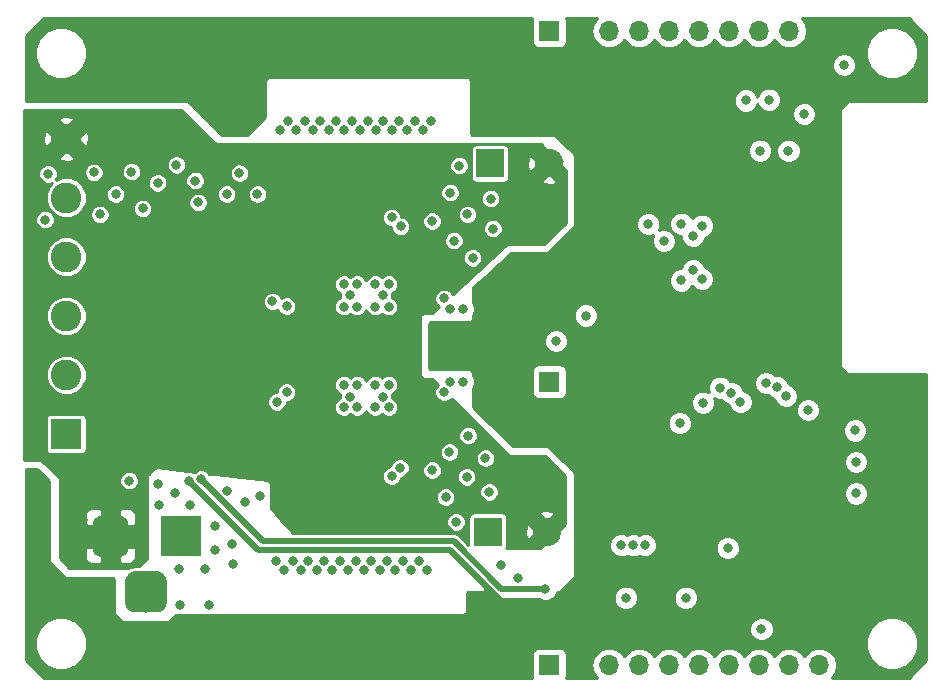
<source format=gbr>
G04 #@! TF.GenerationSoftware,KiCad,Pcbnew,5.0.2-bee76a0~70~ubuntu16.04.1*
G04 #@! TF.CreationDate,2019-02-07T19:47:00-08:00*
G04 #@! TF.ProjectId,wifistepper,77696669-7374-4657-9070-65722e6b6963,rev?*
G04 #@! TF.SameCoordinates,Original*
G04 #@! TF.FileFunction,Copper,L2,Inr*
G04 #@! TF.FilePolarity,Positive*
%FSLAX46Y46*%
G04 Gerber Fmt 4.6, Leading zero omitted, Abs format (unit mm)*
G04 Created by KiCad (PCBNEW 5.0.2-bee76a0~70~ubuntu16.04.1) date Thu 07 Feb 2019 07:47:00 PM PST*
%MOMM*%
%LPD*%
G01*
G04 APERTURE LIST*
G04 #@! TA.AperFunction,ViaPad*
%ADD10R,3.500000X3.500000*%
G04 #@! TD*
G04 #@! TA.AperFunction,Conductor*
%ADD11C,0.100000*%
G04 #@! TD*
G04 #@! TA.AperFunction,ViaPad*
%ADD12C,3.000000*%
G04 #@! TD*
G04 #@! TA.AperFunction,ViaPad*
%ADD13C,3.500000*%
G04 #@! TD*
G04 #@! TA.AperFunction,ViaPad*
%ADD14R,2.600000X2.600000*%
G04 #@! TD*
G04 #@! TA.AperFunction,ViaPad*
%ADD15C,2.600000*%
G04 #@! TD*
G04 #@! TA.AperFunction,ViaPad*
%ADD16R,1.700000X1.700000*%
G04 #@! TD*
G04 #@! TA.AperFunction,ViaPad*
%ADD17O,1.700000X1.700000*%
G04 #@! TD*
G04 #@! TA.AperFunction,ViaPad*
%ADD18C,2.400000*%
G04 #@! TD*
G04 #@! TA.AperFunction,ViaPad*
%ADD19R,2.400000X2.400000*%
G04 #@! TD*
G04 #@! TA.AperFunction,ViaPad*
%ADD20C,0.800000*%
G04 #@! TD*
G04 #@! TA.AperFunction,Conductor*
%ADD21C,0.500000*%
G04 #@! TD*
G04 #@! TA.AperFunction,Conductor*
%ADD22C,0.250000*%
G04 #@! TD*
G04 APERTURE END LIST*
D10*
G04 #@! TO.N,VIN*
G04 #@! TO.C,J1*
X47592500Y-105918000D03*
D11*
G04 #@! TO.N,GND*
G36*
X42416013Y-104171611D02*
X42488818Y-104182411D01*
X42560214Y-104200295D01*
X42629513Y-104225090D01*
X42696048Y-104256559D01*
X42759178Y-104294398D01*
X42818295Y-104338242D01*
X42872830Y-104387670D01*
X42922258Y-104442205D01*
X42966102Y-104501322D01*
X43003941Y-104564452D01*
X43035410Y-104630987D01*
X43060205Y-104700286D01*
X43078089Y-104771682D01*
X43088889Y-104844487D01*
X43092500Y-104918000D01*
X43092500Y-106918000D01*
X43088889Y-106991513D01*
X43078089Y-107064318D01*
X43060205Y-107135714D01*
X43035410Y-107205013D01*
X43003941Y-107271548D01*
X42966102Y-107334678D01*
X42922258Y-107393795D01*
X42872830Y-107448330D01*
X42818295Y-107497758D01*
X42759178Y-107541602D01*
X42696048Y-107579441D01*
X42629513Y-107610910D01*
X42560214Y-107635705D01*
X42488818Y-107653589D01*
X42416013Y-107664389D01*
X42342500Y-107668000D01*
X40842500Y-107668000D01*
X40768987Y-107664389D01*
X40696182Y-107653589D01*
X40624786Y-107635705D01*
X40555487Y-107610910D01*
X40488952Y-107579441D01*
X40425822Y-107541602D01*
X40366705Y-107497758D01*
X40312170Y-107448330D01*
X40262742Y-107393795D01*
X40218898Y-107334678D01*
X40181059Y-107271548D01*
X40149590Y-107205013D01*
X40124795Y-107135714D01*
X40106911Y-107064318D01*
X40096111Y-106991513D01*
X40092500Y-106918000D01*
X40092500Y-104918000D01*
X40096111Y-104844487D01*
X40106911Y-104771682D01*
X40124795Y-104700286D01*
X40149590Y-104630987D01*
X40181059Y-104564452D01*
X40218898Y-104501322D01*
X40262742Y-104442205D01*
X40312170Y-104387670D01*
X40366705Y-104338242D01*
X40425822Y-104294398D01*
X40488952Y-104256559D01*
X40555487Y-104225090D01*
X40624786Y-104200295D01*
X40696182Y-104182411D01*
X40768987Y-104171611D01*
X40842500Y-104168000D01*
X42342500Y-104168000D01*
X42416013Y-104171611D01*
X42416013Y-104171611D01*
G37*
D12*
X41592500Y-105918000D03*
D11*
G04 #@! TO.N,N/C*
G36*
X45553265Y-108872213D02*
X45638204Y-108884813D01*
X45721499Y-108905677D01*
X45802348Y-108934605D01*
X45879972Y-108971319D01*
X45953624Y-109015464D01*
X46022594Y-109066616D01*
X46086218Y-109124282D01*
X46143884Y-109187906D01*
X46195036Y-109256876D01*
X46239181Y-109330528D01*
X46275895Y-109408152D01*
X46304823Y-109489001D01*
X46325687Y-109572296D01*
X46338287Y-109657235D01*
X46342500Y-109743000D01*
X46342500Y-111493000D01*
X46338287Y-111578765D01*
X46325687Y-111663704D01*
X46304823Y-111746999D01*
X46275895Y-111827848D01*
X46239181Y-111905472D01*
X46195036Y-111979124D01*
X46143884Y-112048094D01*
X46086218Y-112111718D01*
X46022594Y-112169384D01*
X45953624Y-112220536D01*
X45879972Y-112264681D01*
X45802348Y-112301395D01*
X45721499Y-112330323D01*
X45638204Y-112351187D01*
X45553265Y-112363787D01*
X45467500Y-112368000D01*
X43717500Y-112368000D01*
X43631735Y-112363787D01*
X43546796Y-112351187D01*
X43463501Y-112330323D01*
X43382652Y-112301395D01*
X43305028Y-112264681D01*
X43231376Y-112220536D01*
X43162406Y-112169384D01*
X43098782Y-112111718D01*
X43041116Y-112048094D01*
X42989964Y-111979124D01*
X42945819Y-111905472D01*
X42909105Y-111827848D01*
X42880177Y-111746999D01*
X42859313Y-111663704D01*
X42846713Y-111578765D01*
X42842500Y-111493000D01*
X42842500Y-109743000D01*
X42846713Y-109657235D01*
X42859313Y-109572296D01*
X42880177Y-109489001D01*
X42909105Y-109408152D01*
X42945819Y-109330528D01*
X42989964Y-109256876D01*
X43041116Y-109187906D01*
X43098782Y-109124282D01*
X43162406Y-109066616D01*
X43231376Y-109015464D01*
X43305028Y-108971319D01*
X43382652Y-108934605D01*
X43463501Y-108905677D01*
X43546796Y-108884813D01*
X43631735Y-108872213D01*
X43717500Y-108868000D01*
X45467500Y-108868000D01*
X45553265Y-108872213D01*
X45553265Y-108872213D01*
G37*
D13*
X44592500Y-110618000D03*
G04 #@! TD*
D14*
G04 #@! TO.N,OUTB2*
G04 #@! TO.C,J2*
X37846000Y-97263000D03*
D15*
G04 #@! TO.N,OUTB1*
X37846000Y-92263000D03*
G04 #@! TO.N,OUTA1*
X37846000Y-87263000D03*
G04 #@! TO.N,OUTA2*
X37846000Y-82263000D03*
G04 #@! TO.N,VIN*
X37846000Y-77263000D03*
G04 #@! TO.N,GND*
X37846000Y-72263000D03*
G04 #@! TD*
D16*
G04 #@! TO.N,VIN*
G04 #@! TO.C,J5*
X78740000Y-92837000D03*
D17*
G04 #@! TO.N,GND*
X81280000Y-92837000D03*
G04 #@! TD*
D16*
G04 #@! TO.N,+3V3*
G04 #@! TO.C,J4*
X78740000Y-116840000D03*
D17*
G04 #@! TO.N,GND*
X81280000Y-116840000D03*
G04 #@! TO.N,Net-(J4-Pad3)*
X83820000Y-116840000D03*
G04 #@! TO.N,Net-(J4-Pad4)*
X86360000Y-116840000D03*
G04 #@! TO.N,Net-(J4-Pad5)*
X88900000Y-116840000D03*
G04 #@! TO.N,Net-(J4-Pad6)*
X91440000Y-116840000D03*
G04 #@! TO.N,Net-(J4-Pad7)*
X93980000Y-116840000D03*
G04 #@! TO.N,Net-(J4-Pad8)*
X96520000Y-116840000D03*
G04 #@! TO.N,Net-(J4-Pad9)*
X99060000Y-116840000D03*
G04 #@! TO.N,Net-(J4-Pad10)*
X101600000Y-116840000D03*
G04 #@! TD*
D16*
G04 #@! TO.N,+3V3*
G04 #@! TO.C,J3*
X78740000Y-63119000D03*
D17*
G04 #@! TO.N,GND*
X81280000Y-63119000D03*
G04 #@! TO.N,Net-(J3-Pad3)*
X83820000Y-63119000D03*
G04 #@! TO.N,Net-(J3-Pad4)*
X86360000Y-63119000D03*
G04 #@! TO.N,Net-(J3-Pad5)*
X88900000Y-63119000D03*
G04 #@! TO.N,Net-(J3-Pad6)*
X91440000Y-63119000D03*
G04 #@! TO.N,Net-(J3-Pad7)*
X93980000Y-63119000D03*
G04 #@! TO.N,Net-(J3-Pad8)*
X96520000Y-63119000D03*
G04 #@! TO.N,Net-(J3-Pad9)*
X99060000Y-63119000D03*
G04 #@! TD*
D18*
G04 #@! TO.N,GND*
G04 #@! TO.C,C10*
X78533000Y-105537000D03*
D19*
G04 #@! TO.N,VIN*
X73533000Y-105537000D03*
G04 #@! TD*
G04 #@! TO.N,VIN*
G04 #@! TO.C,C11*
X73723500Y-74358500D03*
D18*
G04 #@! TO.N,GND*
X78723500Y-74358500D03*
G04 #@! TD*
D20*
G04 #@! TO.N,+3V3*
X84836000Y-106680000D03*
X85852000Y-106680000D03*
X86868000Y-106680000D03*
X104648000Y-96964500D03*
X104711500Y-99631500D03*
X104711500Y-102298500D03*
X103695500Y-66040000D03*
X85217000Y-111125000D03*
X89789000Y-96329500D03*
X93853000Y-106934000D03*
X97345500Y-68961000D03*
X81826418Y-87236618D03*
X90297000Y-111125000D03*
X79311500Y-89408000D03*
X49276000Y-101092000D03*
X78422500Y-110363000D03*
G04 #@! TO.N,GND*
X65405000Y-91249500D03*
X99187000Y-81788000D03*
X97536000Y-81788000D03*
X97536000Y-83439000D03*
X97536000Y-80137000D03*
X95885000Y-81851500D03*
X99187000Y-83439000D03*
X99187000Y-80137000D03*
X95885000Y-80137000D03*
X95885000Y-83439000D03*
X61976000Y-90678000D03*
X64389000Y-90678000D03*
X64389000Y-89027000D03*
X61976000Y-89027000D03*
X63246000Y-89789000D03*
X65405000Y-89789000D03*
X60960000Y-89789000D03*
X63246000Y-91313000D03*
X63246000Y-88201500D03*
X60960000Y-91313000D03*
X65405000Y-88201500D03*
X60960000Y-88201500D03*
X84391500Y-101790500D03*
X87947500Y-97129600D03*
X70358000Y-86677500D03*
X70358000Y-92837000D03*
X87376000Y-104394000D03*
X87947500Y-99123500D03*
X87947500Y-101346000D03*
X86614000Y-95313500D03*
X84201000Y-95250000D03*
X81534000Y-106362500D03*
X44704000Y-64516000D03*
X52832000Y-64516000D03*
X55626000Y-64516000D03*
X50165000Y-64516000D03*
X63754000Y-64516000D03*
X58293000Y-64516000D03*
X41910000Y-64516000D03*
X66548000Y-64516000D03*
X72009000Y-64516000D03*
X47371000Y-64516000D03*
X61087000Y-64516000D03*
X74676000Y-64516000D03*
X69215000Y-64516000D03*
X54229000Y-66167000D03*
X62484000Y-66167000D03*
X70612000Y-66167000D03*
X40640000Y-66167000D03*
X46101000Y-66167000D03*
X43307000Y-66167000D03*
X59690000Y-66167000D03*
X65151000Y-66167000D03*
X73406000Y-66167000D03*
X67945000Y-66167000D03*
X48768000Y-66167000D03*
X57023000Y-66167000D03*
X51562000Y-66167000D03*
X61722000Y-113792000D03*
X72644000Y-113792000D03*
X69977000Y-113792000D03*
X45339000Y-113792000D03*
X48133000Y-113792000D03*
X67183000Y-113792000D03*
X42672000Y-113792000D03*
X50800000Y-113792000D03*
X56261000Y-113792000D03*
X53594000Y-113792000D03*
X64516000Y-113792000D03*
X59055000Y-113792000D03*
X68580000Y-115443000D03*
X63119000Y-115443000D03*
X71247000Y-115443000D03*
X49403000Y-115443000D03*
X65786000Y-115443000D03*
X60325000Y-115443000D03*
X54864000Y-115443000D03*
X57658000Y-115443000D03*
X46736000Y-115443000D03*
X41275000Y-115443000D03*
X43942000Y-115443000D03*
X52197000Y-115443000D03*
X74930000Y-113665000D03*
X73914000Y-115443000D03*
X76517500Y-112077500D03*
X73088500Y-111950500D03*
X76581000Y-114998500D03*
X35433000Y-101219000D03*
X35433000Y-104013000D03*
X35433000Y-106934000D03*
X35433000Y-110109000D03*
X38227000Y-107442000D03*
X38227000Y-105473500D03*
X38163500Y-101917500D03*
X37465000Y-111506000D03*
X39370000Y-110109000D03*
X40894000Y-111887000D03*
X35433000Y-112395000D03*
X47498000Y-111760000D03*
X41910000Y-67818000D03*
X44704000Y-67818000D03*
X38989000Y-67945000D03*
X47498000Y-67945000D03*
X44577000Y-70612000D03*
X42227500Y-70548500D03*
X43243500Y-71755000D03*
X35306000Y-67818000D03*
X50038000Y-67945000D03*
X52705000Y-67945000D03*
X50101500Y-69532500D03*
X47879000Y-72136000D03*
X74676000Y-67691000D03*
X72771000Y-68580000D03*
X76708000Y-66103500D03*
X102870000Y-91503500D03*
X104965500Y-95059500D03*
X90106500Y-106934000D03*
X97345500Y-67373500D03*
X92075000Y-73152000D03*
X94297500Y-98615500D03*
X96900998Y-101409500D03*
X96583500Y-91313000D03*
X101536500Y-62738000D03*
X104457500Y-62674500D03*
X109982000Y-68072000D03*
X105473500Y-68008500D03*
X104330500Y-116903500D03*
X104394000Y-111125000D03*
X110045500Y-112014000D03*
X86931500Y-87820500D03*
X84772500Y-89789000D03*
X88709500Y-91122500D03*
X85280500Y-91567000D03*
X86931500Y-89852500D03*
X86931500Y-92519500D03*
X88900000Y-88963500D03*
X88836500Y-86042500D03*
X85534500Y-93853000D03*
X83629500Y-92900500D03*
X81470500Y-95059500D03*
X78613000Y-95313500D03*
X81597500Y-71564500D03*
X81534000Y-68643500D03*
X81978500Y-74612500D03*
X81915000Y-77343000D03*
X83883500Y-67246500D03*
X82232500Y-80137000D03*
X102235000Y-64897000D03*
X110109000Y-93281500D03*
X110109000Y-103441500D03*
X101092000Y-110998000D03*
X101155500Y-114363500D03*
X106489500Y-109728000D03*
X110172500Y-98107500D03*
X110172500Y-95758000D03*
X110172500Y-101028500D03*
X110045500Y-106489500D03*
X110045500Y-109029500D03*
X107696000Y-111252000D03*
X81724500Y-109156500D03*
X80899000Y-114554000D03*
X82359500Y-112966500D03*
X85090000Y-112839500D03*
X83883500Y-114681000D03*
X88847444Y-76446704D03*
X83883500Y-70104000D03*
X81534000Y-65976500D03*
X83566000Y-72199500D03*
X84836000Y-79946500D03*
X82232500Y-82613500D03*
X77978000Y-89027000D03*
X39306500Y-101092000D03*
X41402000Y-102933500D03*
X39751000Y-102679500D03*
X41021000Y-71564500D03*
X42037000Y-72961500D03*
X81216500Y-99949000D03*
X81407000Y-103314500D03*
X49911000Y-111760000D03*
X80899000Y-111442500D03*
X74422000Y-69850000D03*
X72707500Y-71310500D03*
X74676000Y-108331000D03*
X76073000Y-109474000D03*
X78676500Y-113220500D03*
X78613000Y-69977000D03*
X78613000Y-67056000D03*
X48260000Y-101282500D03*
X76708000Y-71247000D03*
X76708000Y-68643500D03*
X44767500Y-72517000D03*
X46037500Y-71628000D03*
X40195500Y-73025000D03*
X39624000Y-70612000D03*
X39243000Y-106489500D03*
X39243000Y-104521000D03*
X35242500Y-73152000D03*
X35242500Y-70358000D03*
X38227000Y-103632000D03*
X47244000Y-70485000D03*
X46418500Y-89789000D03*
X104203500Y-113347500D03*
X102425500Y-112458500D03*
G04 #@! TO.N,VIN*
X51498500Y-102108000D03*
X54229000Y-102489000D03*
X68834000Y-100330000D03*
X69977000Y-102616000D03*
X73342500Y-99314000D03*
X71755000Y-100901500D03*
X73660000Y-102171500D03*
X73977500Y-79883000D03*
X70675500Y-80899000D03*
X70358000Y-76835000D03*
X68834000Y-79248000D03*
X70866000Y-104711500D03*
X71120000Y-74549000D03*
X47180500Y-74485500D03*
X43370500Y-75057000D03*
X40195500Y-75120500D03*
X40703500Y-78676500D03*
X44323000Y-78168500D03*
X42037000Y-76962000D03*
X52514500Y-75184000D03*
X45593000Y-76009500D03*
X48768000Y-75819000D03*
X51435000Y-76962000D03*
X54038500Y-76962000D03*
X71818500Y-78676500D03*
X73787000Y-77343000D03*
X72263000Y-82359500D03*
X71882000Y-97409000D03*
X70294500Y-98806000D03*
X43180000Y-101219000D03*
X45656500Y-101473000D03*
X47053500Y-102298500D03*
X45720000Y-103251000D03*
X48323500Y-103251000D03*
X47434500Y-108712000D03*
X49022000Y-77660500D03*
X51879500Y-106553000D03*
X52959000Y-102997000D03*
X50419000Y-105029000D03*
X49593500Y-108712000D03*
X50482500Y-107061000D03*
X51943000Y-108267500D03*
X36322000Y-75247500D03*
X36068000Y-79121000D03*
G04 #@! TO.N,SM_RST*
X89934736Y-79457228D03*
X87122000Y-79502000D03*
G04 #@! TO.N,Net-(D5-Pad1)*
X100647500Y-95250000D03*
X91757500Y-94615000D03*
G04 #@! TO.N,OUTA1*
X61849000Y-85471000D03*
X62484000Y-86487000D03*
X61341000Y-86487000D03*
X62484000Y-84582000D03*
X61341000Y-84582000D03*
X55308500Y-86042500D03*
X56515001Y-86438990D03*
G04 #@! TO.N,OUTA2*
X64643000Y-85471000D03*
X65151000Y-86487000D03*
X64008000Y-86487000D03*
X65151000Y-84582000D03*
X64008000Y-84582000D03*
X69850000Y-85788500D03*
G04 #@! TO.N,OUTB1*
X61849000Y-94107000D03*
X62484000Y-93091000D03*
X61341000Y-93091000D03*
X62484000Y-94996000D03*
X61341000Y-94996000D03*
X56515000Y-93726000D03*
X55689500Y-94551500D03*
G04 #@! TO.N,OUTB2*
X64643000Y-94107000D03*
X65151000Y-94996000D03*
X64008000Y-94996000D03*
X65151000Y-93091000D03*
X64008000Y-93091000D03*
X69850000Y-93726000D03*
G04 #@! TO.N,SM_FLAG*
X89916000Y-84264500D03*
X88447445Y-80925295D03*
G04 #@! TO.N,WIFI_RST*
X94170500Y-93789500D03*
X98043998Y-93281500D03*
G04 #@! TO.N,WIFI_ADC*
X98806000Y-94043500D03*
X94932500Y-94549990D03*
G04 #@! TO.N,AUTH_SCK*
X97102247Y-92945160D03*
X93219510Y-93345000D03*
G04 #@! TO.N,AUTH_SDA*
X90932000Y-83375500D03*
X90932000Y-80517998D03*
G04 #@! TO.N,PROG_BOOT*
X91694000Y-84137500D03*
X91694000Y-79629000D03*
G04 #@! TO.N,SM_CLK*
X100330000Y-70167500D03*
X95377000Y-69024500D03*
G04 #@! TO.N,SM_SO*
X98996500Y-73279000D03*
X96583500Y-73279000D03*
G04 #@! TO.N,Net-(JP1-Pad1)*
X58039000Y-70739000D03*
X59372500Y-70739000D03*
X60706000Y-70739000D03*
X62039500Y-70739000D03*
X63373000Y-70739000D03*
X64706500Y-70739000D03*
X66040000Y-70739000D03*
X67373500Y-70739000D03*
X68707000Y-70739000D03*
X58737500Y-71501000D03*
X60071000Y-71501000D03*
X61404500Y-71501000D03*
X62738000Y-71501000D03*
X64071500Y-71501000D03*
X65405000Y-71501000D03*
X66738500Y-71501000D03*
X68072000Y-71501000D03*
X71437500Y-86677500D03*
X66167000Y-79692500D03*
X65405000Y-78930500D03*
X57340500Y-71501000D03*
X56642000Y-70739000D03*
X55943500Y-71501000D03*
G04 #@! TO.N,Net-(JP2-Pad1)*
X55626000Y-108013500D03*
X61023500Y-108013500D03*
X59690000Y-108013500D03*
X58356500Y-108013500D03*
X68389500Y-108775500D03*
X67056000Y-108775500D03*
X65722500Y-108775500D03*
X64389000Y-108775500D03*
X63055500Y-108775500D03*
X61722000Y-108775500D03*
X60388500Y-108775500D03*
X59055000Y-108775500D03*
X57721500Y-108775500D03*
X67691000Y-108013500D03*
X66357500Y-108013500D03*
X65024000Y-108013500D03*
X63690500Y-108013500D03*
X62357000Y-108013500D03*
X71437500Y-92837000D03*
X66103500Y-100139500D03*
X65405000Y-100838000D03*
X57023000Y-108013500D03*
X56324500Y-108775500D03*
G04 #@! TO.N,Net-(J4-Pad7)*
X96710502Y-113792000D03*
G04 #@! TD*
D21*
G04 #@! TO.N,+3V3*
X49276000Y-101092000D02*
X54546500Y-106362500D01*
X74676000Y-110363000D02*
X77856815Y-110363000D01*
X77856815Y-110363000D02*
X78422500Y-110363000D01*
X70675500Y-106362500D02*
X74676000Y-110363000D01*
X54546500Y-106362500D02*
X70675500Y-106362500D01*
G04 #@! TO.N,GND*
X48260000Y-101282500D02*
X48260000Y-101282500D01*
X54102000Y-107124500D02*
X48260000Y-101282500D01*
X70358000Y-107124500D02*
X54102000Y-107124500D01*
X74898250Y-111664750D02*
X70358000Y-107124500D01*
G04 #@! TD*
D22*
G04 #@! TO.N,GND*
G36*
X77252756Y-62269000D02*
X77252756Y-63969000D01*
X77301263Y-64212863D01*
X77439400Y-64419600D01*
X77646137Y-64557737D01*
X77890000Y-64606244D01*
X79590000Y-64606244D01*
X79833863Y-64557737D01*
X80040600Y-64419600D01*
X80178737Y-64212863D01*
X80227244Y-63969000D01*
X80227244Y-62269000D01*
X80181892Y-62041000D01*
X82778413Y-62041000D01*
X82756585Y-62055585D01*
X82430581Y-62543484D01*
X82316104Y-63119000D01*
X82430581Y-63694516D01*
X82756585Y-64182415D01*
X83244484Y-64508419D01*
X83674730Y-64594000D01*
X83965270Y-64594000D01*
X84395516Y-64508419D01*
X84883415Y-64182415D01*
X85090000Y-63873239D01*
X85296585Y-64182415D01*
X85784484Y-64508419D01*
X86214730Y-64594000D01*
X86505270Y-64594000D01*
X86935516Y-64508419D01*
X87423415Y-64182415D01*
X87630000Y-63873239D01*
X87836585Y-64182415D01*
X88324484Y-64508419D01*
X88754730Y-64594000D01*
X89045270Y-64594000D01*
X89475516Y-64508419D01*
X89963415Y-64182415D01*
X90170000Y-63873239D01*
X90376585Y-64182415D01*
X90864484Y-64508419D01*
X91294730Y-64594000D01*
X91585270Y-64594000D01*
X92015516Y-64508419D01*
X92503415Y-64182415D01*
X92710000Y-63873239D01*
X92916585Y-64182415D01*
X93404484Y-64508419D01*
X93834730Y-64594000D01*
X94125270Y-64594000D01*
X94555516Y-64508419D01*
X95043415Y-64182415D01*
X95250000Y-63873239D01*
X95456585Y-64182415D01*
X95944484Y-64508419D01*
X96374730Y-64594000D01*
X96665270Y-64594000D01*
X97095516Y-64508419D01*
X97583415Y-64182415D01*
X97790000Y-63873239D01*
X97996585Y-64182415D01*
X98484484Y-64508419D01*
X98914730Y-64594000D01*
X99205270Y-64594000D01*
X99389170Y-64557420D01*
X105519500Y-64557420D01*
X105519500Y-65442580D01*
X105858236Y-66260361D01*
X106484139Y-66886264D01*
X107301920Y-67225000D01*
X108187080Y-67225000D01*
X109004861Y-66886264D01*
X109630764Y-66260361D01*
X109969500Y-65442580D01*
X109969500Y-64557420D01*
X109630764Y-63739639D01*
X109004861Y-63113736D01*
X108187080Y-62775000D01*
X107301920Y-62775000D01*
X106484139Y-63113736D01*
X105858236Y-63739639D01*
X105519500Y-64557420D01*
X99389170Y-64557420D01*
X99635516Y-64508419D01*
X100123415Y-64182415D01*
X100449419Y-63694516D01*
X100563896Y-63119000D01*
X100449419Y-62543484D01*
X100123415Y-62055585D01*
X100101587Y-62041000D01*
X109184052Y-62041000D01*
X110679000Y-63535949D01*
X110679000Y-69090000D01*
X104159343Y-69090000D01*
X104111508Y-69099515D01*
X103970086Y-69158094D01*
X103929533Y-69185191D01*
X103475191Y-69639533D01*
X103448094Y-69680086D01*
X103389515Y-69821508D01*
X103380000Y-69869343D01*
X103380000Y-91484157D01*
X103389515Y-91531992D01*
X103448094Y-91673414D01*
X103475191Y-91713967D01*
X103866033Y-92104809D01*
X103906586Y-92131906D01*
X104048008Y-92190485D01*
X104095843Y-92200000D01*
X110679001Y-92200000D01*
X110679001Y-116423050D01*
X109184052Y-117918000D01*
X102641587Y-117918000D01*
X102663415Y-117903415D01*
X102989419Y-117415516D01*
X103103896Y-116840000D01*
X102989419Y-116264484D01*
X102663415Y-115776585D01*
X102175516Y-115450581D01*
X101745270Y-115365000D01*
X101454730Y-115365000D01*
X101024484Y-115450581D01*
X100536585Y-115776585D01*
X100330000Y-116085761D01*
X100123415Y-115776585D01*
X99635516Y-115450581D01*
X99205270Y-115365000D01*
X98914730Y-115365000D01*
X98484484Y-115450581D01*
X97996585Y-115776585D01*
X97790000Y-116085761D01*
X97583415Y-115776585D01*
X97095516Y-115450581D01*
X96665270Y-115365000D01*
X96374730Y-115365000D01*
X95944484Y-115450581D01*
X95456585Y-115776585D01*
X95250000Y-116085761D01*
X95043415Y-115776585D01*
X94555516Y-115450581D01*
X94125270Y-115365000D01*
X93834730Y-115365000D01*
X93404484Y-115450581D01*
X92916585Y-115776585D01*
X92710000Y-116085761D01*
X92503415Y-115776585D01*
X92015516Y-115450581D01*
X91585270Y-115365000D01*
X91294730Y-115365000D01*
X90864484Y-115450581D01*
X90376585Y-115776585D01*
X90170000Y-116085761D01*
X89963415Y-115776585D01*
X89475516Y-115450581D01*
X89045270Y-115365000D01*
X88754730Y-115365000D01*
X88324484Y-115450581D01*
X87836585Y-115776585D01*
X87630000Y-116085761D01*
X87423415Y-115776585D01*
X86935516Y-115450581D01*
X86505270Y-115365000D01*
X86214730Y-115365000D01*
X85784484Y-115450581D01*
X85296585Y-115776585D01*
X85090000Y-116085761D01*
X84883415Y-115776585D01*
X84395516Y-115450581D01*
X83965270Y-115365000D01*
X83674730Y-115365000D01*
X83244484Y-115450581D01*
X82756585Y-115776585D01*
X82430581Y-116264484D01*
X82316104Y-116840000D01*
X82430581Y-117415516D01*
X82756585Y-117903415D01*
X82778413Y-117918000D01*
X80181892Y-117918000D01*
X80227244Y-117690000D01*
X80227244Y-115990000D01*
X80178737Y-115746137D01*
X80040600Y-115539400D01*
X79833863Y-115401263D01*
X79590000Y-115352756D01*
X77890000Y-115352756D01*
X77646137Y-115401263D01*
X77439400Y-115539400D01*
X77301263Y-115746137D01*
X77252756Y-115990000D01*
X77252756Y-117690000D01*
X77298108Y-117918000D01*
X35976949Y-117918000D01*
X34482000Y-116423052D01*
X34482000Y-114557420D01*
X35188000Y-114557420D01*
X35188000Y-115442580D01*
X35526736Y-116260361D01*
X36152639Y-116886264D01*
X36970420Y-117225000D01*
X37855580Y-117225000D01*
X38673361Y-116886264D01*
X39299264Y-116260361D01*
X39638000Y-115442580D01*
X39638000Y-114557420D01*
X39299264Y-113739639D01*
X39147740Y-113588115D01*
X95685502Y-113588115D01*
X95685502Y-113995885D01*
X95841549Y-114372616D01*
X96129886Y-114660953D01*
X96506617Y-114817000D01*
X96914387Y-114817000D01*
X97291118Y-114660953D01*
X97394651Y-114557420D01*
X105519500Y-114557420D01*
X105519500Y-115442580D01*
X105858236Y-116260361D01*
X106484139Y-116886264D01*
X107301920Y-117225000D01*
X108187080Y-117225000D01*
X109004861Y-116886264D01*
X109630764Y-116260361D01*
X109969500Y-115442580D01*
X109969500Y-114557420D01*
X109630764Y-113739639D01*
X109004861Y-113113736D01*
X108187080Y-112775000D01*
X107301920Y-112775000D01*
X106484139Y-113113736D01*
X105858236Y-113739639D01*
X105519500Y-114557420D01*
X97394651Y-114557420D01*
X97579455Y-114372616D01*
X97735502Y-113995885D01*
X97735502Y-113588115D01*
X97579455Y-113211384D01*
X97291118Y-112923047D01*
X96914387Y-112767000D01*
X96506617Y-112767000D01*
X96129886Y-112923047D01*
X95841549Y-113211384D01*
X95685502Y-113588115D01*
X39147740Y-113588115D01*
X38673361Y-113113736D01*
X37855580Y-112775000D01*
X36970420Y-112775000D01*
X36152639Y-113113736D01*
X35526736Y-113739639D01*
X35188000Y-114557420D01*
X34482000Y-114557420D01*
X34482000Y-100264500D01*
X35325293Y-100264500D01*
X35420773Y-100304049D01*
X36347951Y-101231227D01*
X36387500Y-101326707D01*
X36387500Y-107994157D01*
X36397015Y-108041992D01*
X36455594Y-108183414D01*
X36482691Y-108223967D01*
X37635533Y-109376809D01*
X37676086Y-109403906D01*
X37817508Y-109462485D01*
X37865343Y-109472000D01*
X41812135Y-109472000D01*
X41882750Y-109501250D01*
X41912000Y-109571865D01*
X41912000Y-112375657D01*
X41921515Y-112423492D01*
X41980094Y-112564914D01*
X42007191Y-112605467D01*
X42525033Y-113123309D01*
X42565586Y-113150406D01*
X42707008Y-113208985D01*
X42754843Y-113218500D01*
X46399157Y-113218500D01*
X46446992Y-113208985D01*
X46588414Y-113150406D01*
X46628967Y-113123309D01*
X47129227Y-112623049D01*
X47224707Y-112583500D01*
X71428000Y-112583500D01*
X71475836Y-112573985D01*
X71617257Y-112515406D01*
X71657810Y-112488309D01*
X71684906Y-112447757D01*
X71743485Y-112306336D01*
X71753000Y-112258500D01*
X71753000Y-110778365D01*
X71782250Y-110707750D01*
X71852865Y-110678500D01*
X73015500Y-110678500D01*
X73063336Y-110668985D01*
X73204757Y-110610406D01*
X73245310Y-110583309D01*
X73272406Y-110542757D01*
X73330985Y-110401336D01*
X73340500Y-110353500D01*
X73340500Y-110273918D01*
X73344098Y-110268534D01*
X73996341Y-110920777D01*
X74045160Y-110993840D01*
X74334592Y-111187232D01*
X74589821Y-111238000D01*
X74675999Y-111255142D01*
X74762177Y-111238000D01*
X77856483Y-111238000D01*
X78218615Y-111388000D01*
X78626385Y-111388000D01*
X79003116Y-111231953D01*
X79291453Y-110943616D01*
X79300773Y-110921115D01*
X84192000Y-110921115D01*
X84192000Y-111328885D01*
X84348047Y-111705616D01*
X84636384Y-111993953D01*
X85013115Y-112150000D01*
X85420885Y-112150000D01*
X85797616Y-111993953D01*
X86085953Y-111705616D01*
X86242000Y-111328885D01*
X86242000Y-110921115D01*
X89272000Y-110921115D01*
X89272000Y-111328885D01*
X89428047Y-111705616D01*
X89716384Y-111993953D01*
X90093115Y-112150000D01*
X90500885Y-112150000D01*
X90877616Y-111993953D01*
X91165953Y-111705616D01*
X91322000Y-111328885D01*
X91322000Y-110921115D01*
X91165953Y-110544384D01*
X90877616Y-110256047D01*
X90500885Y-110100000D01*
X90093115Y-110100000D01*
X89716384Y-110256047D01*
X89428047Y-110544384D01*
X89272000Y-110921115D01*
X86242000Y-110921115D01*
X86085953Y-110544384D01*
X85797616Y-110256047D01*
X85420885Y-110100000D01*
X85013115Y-110100000D01*
X84636384Y-110256047D01*
X84348047Y-110544384D01*
X84192000Y-110921115D01*
X79300773Y-110921115D01*
X79401268Y-110678500D01*
X79482657Y-110678500D01*
X79530492Y-110668985D01*
X79671914Y-110610406D01*
X79712467Y-110583309D01*
X80801809Y-109493967D01*
X80828906Y-109453414D01*
X80887485Y-109311992D01*
X80897000Y-109264157D01*
X80897000Y-106476115D01*
X83811000Y-106476115D01*
X83811000Y-106883885D01*
X83967047Y-107260616D01*
X84255384Y-107548953D01*
X84632115Y-107705000D01*
X85039885Y-107705000D01*
X85344000Y-107579032D01*
X85648115Y-107705000D01*
X86055885Y-107705000D01*
X86360000Y-107579032D01*
X86664115Y-107705000D01*
X87071885Y-107705000D01*
X87448616Y-107548953D01*
X87736953Y-107260616D01*
X87893000Y-106883885D01*
X87893000Y-106730115D01*
X92828000Y-106730115D01*
X92828000Y-107137885D01*
X92984047Y-107514616D01*
X93272384Y-107802953D01*
X93649115Y-107959000D01*
X94056885Y-107959000D01*
X94433616Y-107802953D01*
X94721953Y-107514616D01*
X94878000Y-107137885D01*
X94878000Y-106730115D01*
X94721953Y-106353384D01*
X94433616Y-106065047D01*
X94056885Y-105909000D01*
X93649115Y-105909000D01*
X93272384Y-106065047D01*
X92984047Y-106353384D01*
X92828000Y-106730115D01*
X87893000Y-106730115D01*
X87893000Y-106476115D01*
X87736953Y-106099384D01*
X87448616Y-105811047D01*
X87071885Y-105655000D01*
X86664115Y-105655000D01*
X86360000Y-105780968D01*
X86055885Y-105655000D01*
X85648115Y-105655000D01*
X85344000Y-105780968D01*
X85039885Y-105655000D01*
X84632115Y-105655000D01*
X84255384Y-105811047D01*
X83967047Y-106099384D01*
X83811000Y-106476115D01*
X80897000Y-106476115D01*
X80897000Y-102094615D01*
X103686500Y-102094615D01*
X103686500Y-102502385D01*
X103842547Y-102879116D01*
X104130884Y-103167453D01*
X104507615Y-103323500D01*
X104915385Y-103323500D01*
X105292116Y-103167453D01*
X105580453Y-102879116D01*
X105736500Y-102502385D01*
X105736500Y-102094615D01*
X105580453Y-101717884D01*
X105292116Y-101429547D01*
X104915385Y-101273500D01*
X104507615Y-101273500D01*
X104130884Y-101429547D01*
X103842547Y-101717884D01*
X103686500Y-102094615D01*
X80897000Y-102094615D01*
X80897000Y-100666843D01*
X80887485Y-100619008D01*
X80828906Y-100477586D01*
X80801809Y-100437033D01*
X79792391Y-99427615D01*
X103686500Y-99427615D01*
X103686500Y-99835385D01*
X103842547Y-100212116D01*
X104130884Y-100500453D01*
X104507615Y-100656500D01*
X104915385Y-100656500D01*
X105292116Y-100500453D01*
X105580453Y-100212116D01*
X105736500Y-99835385D01*
X105736500Y-99427615D01*
X105580453Y-99050884D01*
X105292116Y-98762547D01*
X104915385Y-98606500D01*
X104507615Y-98606500D01*
X104130884Y-98762547D01*
X103842547Y-99050884D01*
X103686500Y-99427615D01*
X79792391Y-99427615D01*
X78759967Y-98395191D01*
X78719414Y-98368094D01*
X78577992Y-98309515D01*
X78530157Y-98300000D01*
X75734836Y-98300000D01*
X75640196Y-98261307D01*
X73464955Y-96125615D01*
X88764000Y-96125615D01*
X88764000Y-96533385D01*
X88920047Y-96910116D01*
X89208384Y-97198453D01*
X89585115Y-97354500D01*
X89992885Y-97354500D01*
X90369616Y-97198453D01*
X90657953Y-96910116D01*
X90719878Y-96760615D01*
X103623000Y-96760615D01*
X103623000Y-97168385D01*
X103779047Y-97545116D01*
X104067384Y-97833453D01*
X104444115Y-97989500D01*
X104851885Y-97989500D01*
X105228616Y-97833453D01*
X105516953Y-97545116D01*
X105673000Y-97168385D01*
X105673000Y-96760615D01*
X105516953Y-96383884D01*
X105228616Y-96095547D01*
X104851885Y-95939500D01*
X104444115Y-95939500D01*
X104067384Y-96095547D01*
X103779047Y-96383884D01*
X103623000Y-96760615D01*
X90719878Y-96760615D01*
X90814000Y-96533385D01*
X90814000Y-96125615D01*
X90657953Y-95748884D01*
X90369616Y-95460547D01*
X89992885Y-95304500D01*
X89585115Y-95304500D01*
X89208384Y-95460547D01*
X88920047Y-95748884D01*
X88764000Y-96125615D01*
X73464955Y-96125615D01*
X72301411Y-94983226D01*
X72261000Y-94886918D01*
X72261000Y-94411115D01*
X90732500Y-94411115D01*
X90732500Y-94818885D01*
X90888547Y-95195616D01*
X91176884Y-95483953D01*
X91553615Y-95640000D01*
X91961385Y-95640000D01*
X92338116Y-95483953D01*
X92626453Y-95195616D01*
X92782500Y-94818885D01*
X92782500Y-94411115D01*
X92713661Y-94244922D01*
X93015625Y-94370000D01*
X93301499Y-94370000D01*
X93301547Y-94370116D01*
X93589884Y-94658453D01*
X93925569Y-94797498D01*
X94063547Y-95130606D01*
X94351884Y-95418943D01*
X94728615Y-95574990D01*
X95136385Y-95574990D01*
X95513116Y-95418943D01*
X95801453Y-95130606D01*
X95957500Y-94753875D01*
X95957500Y-94346105D01*
X95801453Y-93969374D01*
X95513116Y-93681037D01*
X95177431Y-93541992D01*
X95039453Y-93208884D01*
X94751116Y-92920547D01*
X94374385Y-92764500D01*
X94088511Y-92764500D01*
X94088463Y-92764384D01*
X94065354Y-92741275D01*
X96077247Y-92741275D01*
X96077247Y-93149045D01*
X96233294Y-93525776D01*
X96521631Y-93814113D01*
X96898362Y-93970160D01*
X97283089Y-93970160D01*
X97463382Y-94150453D01*
X97798315Y-94289187D01*
X97937047Y-94624116D01*
X98225384Y-94912453D01*
X98602115Y-95068500D01*
X99009885Y-95068500D01*
X99063927Y-95046115D01*
X99622500Y-95046115D01*
X99622500Y-95453885D01*
X99778547Y-95830616D01*
X100066884Y-96118953D01*
X100443615Y-96275000D01*
X100851385Y-96275000D01*
X101228116Y-96118953D01*
X101516453Y-95830616D01*
X101672500Y-95453885D01*
X101672500Y-95046115D01*
X101516453Y-94669384D01*
X101228116Y-94381047D01*
X100851385Y-94225000D01*
X100443615Y-94225000D01*
X100066884Y-94381047D01*
X99778547Y-94669384D01*
X99622500Y-95046115D01*
X99063927Y-95046115D01*
X99386616Y-94912453D01*
X99674953Y-94624116D01*
X99831000Y-94247385D01*
X99831000Y-93839615D01*
X99674953Y-93462884D01*
X99386616Y-93174547D01*
X99051683Y-93035813D01*
X98912951Y-92700884D01*
X98624614Y-92412547D01*
X98247883Y-92256500D01*
X97863156Y-92256500D01*
X97682863Y-92076207D01*
X97306132Y-91920160D01*
X96898362Y-91920160D01*
X96521631Y-92076207D01*
X96233294Y-92364544D01*
X96077247Y-92741275D01*
X94065354Y-92741275D01*
X93800126Y-92476047D01*
X93423395Y-92320000D01*
X93015625Y-92320000D01*
X92638894Y-92476047D01*
X92350557Y-92764384D01*
X92194510Y-93141115D01*
X92194510Y-93548885D01*
X92263349Y-93715078D01*
X91961385Y-93590000D01*
X91553615Y-93590000D01*
X91176884Y-93746047D01*
X90888547Y-94034384D01*
X90732500Y-94411115D01*
X72261000Y-94411115D01*
X72261000Y-93463069D01*
X72306453Y-93417616D01*
X72462500Y-93040885D01*
X72462500Y-92633115D01*
X72306453Y-92256384D01*
X72261000Y-92210931D01*
X72261000Y-92084500D01*
X72251485Y-92036664D01*
X72230914Y-91987000D01*
X77252756Y-91987000D01*
X77252756Y-93687000D01*
X77301263Y-93930863D01*
X77439400Y-94137600D01*
X77646137Y-94275737D01*
X77890000Y-94324244D01*
X79590000Y-94324244D01*
X79833863Y-94275737D01*
X80040600Y-94137600D01*
X80178737Y-93930863D01*
X80227244Y-93687000D01*
X80227244Y-91987000D01*
X80178737Y-91743137D01*
X80040600Y-91536400D01*
X79833863Y-91398263D01*
X79590000Y-91349756D01*
X77890000Y-91349756D01*
X77646137Y-91398263D01*
X77439400Y-91536400D01*
X77301263Y-91743137D01*
X77252756Y-91987000D01*
X72230914Y-91987000D01*
X72192906Y-91895243D01*
X72165809Y-91854690D01*
X72125257Y-91827594D01*
X71983836Y-91769015D01*
X71936000Y-91759500D01*
X68677865Y-91759500D01*
X68607250Y-91730250D01*
X68578000Y-91659635D01*
X68578000Y-89204115D01*
X78286500Y-89204115D01*
X78286500Y-89611885D01*
X78442547Y-89988616D01*
X78730884Y-90276953D01*
X79107615Y-90433000D01*
X79515385Y-90433000D01*
X79892116Y-90276953D01*
X80180453Y-89988616D01*
X80336500Y-89611885D01*
X80336500Y-89204115D01*
X80180453Y-88827384D01*
X79892116Y-88539047D01*
X79515385Y-88383000D01*
X79107615Y-88383000D01*
X78730884Y-88539047D01*
X78442547Y-88827384D01*
X78286500Y-89204115D01*
X68578000Y-89204115D01*
X68578000Y-87918365D01*
X68607250Y-87847750D01*
X68677865Y-87818500D01*
X71936000Y-87818500D01*
X71983836Y-87808985D01*
X72125257Y-87750406D01*
X72165810Y-87723309D01*
X72192906Y-87682757D01*
X72251485Y-87541336D01*
X72261000Y-87493500D01*
X72261000Y-87303569D01*
X72306453Y-87258116D01*
X72399809Y-87032733D01*
X80801418Y-87032733D01*
X80801418Y-87440503D01*
X80957465Y-87817234D01*
X81245802Y-88105571D01*
X81622533Y-88261618D01*
X82030303Y-88261618D01*
X82407034Y-88105571D01*
X82695371Y-87817234D01*
X82851418Y-87440503D01*
X82851418Y-87032733D01*
X82695371Y-86656002D01*
X82407034Y-86367665D01*
X82030303Y-86211618D01*
X81622533Y-86211618D01*
X81245802Y-86367665D01*
X80957465Y-86656002D01*
X80801418Y-87032733D01*
X72399809Y-87032733D01*
X72462500Y-86881385D01*
X72462500Y-86473615D01*
X72306453Y-86096884D01*
X72261000Y-86051431D01*
X72261000Y-84951175D01*
X72305278Y-84851337D01*
X73178366Y-84060615D01*
X88891000Y-84060615D01*
X88891000Y-84468385D01*
X89047047Y-84845116D01*
X89335384Y-85133453D01*
X89712115Y-85289500D01*
X90119885Y-85289500D01*
X90496616Y-85133453D01*
X90784953Y-84845116D01*
X90833894Y-84726963D01*
X91113384Y-85006453D01*
X91490115Y-85162500D01*
X91897885Y-85162500D01*
X92274616Y-85006453D01*
X92562953Y-84718116D01*
X92719000Y-84341385D01*
X92719000Y-83933615D01*
X92562953Y-83556884D01*
X92274616Y-83268547D01*
X91939686Y-83129814D01*
X91800953Y-82794884D01*
X91512616Y-82506547D01*
X91135885Y-82350500D01*
X90728115Y-82350500D01*
X90351384Y-82506547D01*
X90063047Y-82794884D01*
X89907000Y-83171615D01*
X89907000Y-83239500D01*
X89712115Y-83239500D01*
X89335384Y-83395547D01*
X89047047Y-83683884D01*
X88891000Y-84060615D01*
X73178366Y-84060615D01*
X75511018Y-81948025D01*
X75601867Y-81913000D01*
X78530157Y-81913000D01*
X78577992Y-81903485D01*
X78719414Y-81844906D01*
X78759967Y-81817809D01*
X80801809Y-79775967D01*
X80828906Y-79735414D01*
X80887485Y-79593992D01*
X80897000Y-79546157D01*
X80897000Y-79298115D01*
X86097000Y-79298115D01*
X86097000Y-79705885D01*
X86253047Y-80082616D01*
X86541384Y-80370953D01*
X86918115Y-80527000D01*
X87325885Y-80527000D01*
X87539648Y-80438456D01*
X87422445Y-80721410D01*
X87422445Y-81129180D01*
X87578492Y-81505911D01*
X87866829Y-81794248D01*
X88243560Y-81950295D01*
X88651330Y-81950295D01*
X89028061Y-81794248D01*
X89316398Y-81505911D01*
X89472445Y-81129180D01*
X89472445Y-80721410D01*
X89316398Y-80344679D01*
X89028061Y-80056342D01*
X88651330Y-79900295D01*
X88243560Y-79900295D01*
X88029797Y-79988839D01*
X88147000Y-79705885D01*
X88147000Y-79298115D01*
X88128455Y-79253343D01*
X88909736Y-79253343D01*
X88909736Y-79661113D01*
X89065783Y-80037844D01*
X89354120Y-80326181D01*
X89730851Y-80482228D01*
X89907000Y-80482228D01*
X89907000Y-80721883D01*
X90063047Y-81098614D01*
X90351384Y-81386951D01*
X90728115Y-81542998D01*
X91135885Y-81542998D01*
X91512616Y-81386951D01*
X91800953Y-81098614D01*
X91957000Y-80721883D01*
X91957000Y-80629514D01*
X92274616Y-80497953D01*
X92562953Y-80209616D01*
X92719000Y-79832885D01*
X92719000Y-79425115D01*
X92562953Y-79048384D01*
X92274616Y-78760047D01*
X91897885Y-78604000D01*
X91490115Y-78604000D01*
X91113384Y-78760047D01*
X90860255Y-79013176D01*
X90803689Y-78876612D01*
X90515352Y-78588275D01*
X90138621Y-78432228D01*
X89730851Y-78432228D01*
X89354120Y-78588275D01*
X89065783Y-78876612D01*
X88909736Y-79253343D01*
X88128455Y-79253343D01*
X87990953Y-78921384D01*
X87702616Y-78633047D01*
X87325885Y-78477000D01*
X86918115Y-78477000D01*
X86541384Y-78633047D01*
X86253047Y-78921384D01*
X86097000Y-79298115D01*
X80897000Y-79298115D01*
X80897000Y-73742843D01*
X80887485Y-73695008D01*
X80828906Y-73553586D01*
X80801809Y-73513033D01*
X80363891Y-73075115D01*
X95558500Y-73075115D01*
X95558500Y-73482885D01*
X95714547Y-73859616D01*
X96002884Y-74147953D01*
X96379615Y-74304000D01*
X96787385Y-74304000D01*
X97164116Y-74147953D01*
X97452453Y-73859616D01*
X97608500Y-73482885D01*
X97608500Y-73075115D01*
X97971500Y-73075115D01*
X97971500Y-73482885D01*
X98127547Y-73859616D01*
X98415884Y-74147953D01*
X98792615Y-74304000D01*
X99200385Y-74304000D01*
X99577116Y-74147953D01*
X99865453Y-73859616D01*
X100021500Y-73482885D01*
X100021500Y-73075115D01*
X99865453Y-72698384D01*
X99577116Y-72410047D01*
X99200385Y-72254000D01*
X98792615Y-72254000D01*
X98415884Y-72410047D01*
X98127547Y-72698384D01*
X97971500Y-73075115D01*
X97608500Y-73075115D01*
X97452453Y-72698384D01*
X97164116Y-72410047D01*
X96787385Y-72254000D01*
X96379615Y-72254000D01*
X96002884Y-72410047D01*
X95714547Y-72698384D01*
X95558500Y-73075115D01*
X80363891Y-73075115D01*
X79331467Y-72042691D01*
X79290914Y-72015594D01*
X79149492Y-71957015D01*
X79101657Y-71947500D01*
X72233865Y-71947500D01*
X72163250Y-71918250D01*
X72134000Y-71847635D01*
X72134000Y-68820615D01*
X94352000Y-68820615D01*
X94352000Y-69228385D01*
X94508047Y-69605116D01*
X94796384Y-69893453D01*
X95173115Y-70049500D01*
X95580885Y-70049500D01*
X95957616Y-69893453D01*
X96245953Y-69605116D01*
X96374401Y-69295014D01*
X96476547Y-69541616D01*
X96764884Y-69829953D01*
X97141615Y-69986000D01*
X97549385Y-69986000D01*
X97603427Y-69963615D01*
X99305000Y-69963615D01*
X99305000Y-70371385D01*
X99461047Y-70748116D01*
X99749384Y-71036453D01*
X100126115Y-71192500D01*
X100533885Y-71192500D01*
X100910616Y-71036453D01*
X101198953Y-70748116D01*
X101355000Y-70371385D01*
X101355000Y-69963615D01*
X101198953Y-69586884D01*
X100910616Y-69298547D01*
X100533885Y-69142500D01*
X100126115Y-69142500D01*
X99749384Y-69298547D01*
X99461047Y-69586884D01*
X99305000Y-69963615D01*
X97603427Y-69963615D01*
X97926116Y-69829953D01*
X98214453Y-69541616D01*
X98370500Y-69164885D01*
X98370500Y-68757115D01*
X98214453Y-68380384D01*
X97926116Y-68092047D01*
X97549385Y-67936000D01*
X97141615Y-67936000D01*
X96764884Y-68092047D01*
X96476547Y-68380384D01*
X96348099Y-68690486D01*
X96245953Y-68443884D01*
X95957616Y-68155547D01*
X95580885Y-67999500D01*
X95173115Y-67999500D01*
X94796384Y-68155547D01*
X94508047Y-68443884D01*
X94352000Y-68820615D01*
X72134000Y-68820615D01*
X72134000Y-67383000D01*
X72124485Y-67335164D01*
X72065906Y-67193743D01*
X72038809Y-67153190D01*
X71998257Y-67126094D01*
X71856836Y-67067515D01*
X71809000Y-67058000D01*
X55000500Y-67058000D01*
X54952664Y-67067515D01*
X54811243Y-67126094D01*
X54770690Y-67153191D01*
X54743594Y-67193743D01*
X54685015Y-67335164D01*
X54675500Y-67383000D01*
X54675500Y-70313793D01*
X54635951Y-70409273D01*
X53137273Y-71907951D01*
X53041793Y-71947500D01*
X51098207Y-71947500D01*
X51002727Y-71907951D01*
X48279967Y-69185191D01*
X48239414Y-69158094D01*
X48097992Y-69099515D01*
X48050157Y-69090000D01*
X34482000Y-69090000D01*
X34482000Y-64557420D01*
X35188000Y-64557420D01*
X35188000Y-65442580D01*
X35526736Y-66260361D01*
X36152639Y-66886264D01*
X36970420Y-67225000D01*
X37855580Y-67225000D01*
X38673361Y-66886264D01*
X39299264Y-66260361D01*
X39474992Y-65836115D01*
X102670500Y-65836115D01*
X102670500Y-66243885D01*
X102826547Y-66620616D01*
X103114884Y-66908953D01*
X103491615Y-67065000D01*
X103899385Y-67065000D01*
X104276116Y-66908953D01*
X104564453Y-66620616D01*
X104720500Y-66243885D01*
X104720500Y-65836115D01*
X104564453Y-65459384D01*
X104276116Y-65171047D01*
X103899385Y-65015000D01*
X103491615Y-65015000D01*
X103114884Y-65171047D01*
X102826547Y-65459384D01*
X102670500Y-65836115D01*
X39474992Y-65836115D01*
X39638000Y-65442580D01*
X39638000Y-64557420D01*
X39299264Y-63739639D01*
X38673361Y-63113736D01*
X37855580Y-62775000D01*
X36970420Y-62775000D01*
X36152639Y-63113736D01*
X35526736Y-63739639D01*
X35188000Y-64557420D01*
X34482000Y-64557420D01*
X34482000Y-63535948D01*
X35976949Y-62041000D01*
X77298108Y-62041000D01*
X77252756Y-62269000D01*
X77252756Y-62269000D01*
G37*
X77252756Y-62269000D02*
X77252756Y-63969000D01*
X77301263Y-64212863D01*
X77439400Y-64419600D01*
X77646137Y-64557737D01*
X77890000Y-64606244D01*
X79590000Y-64606244D01*
X79833863Y-64557737D01*
X80040600Y-64419600D01*
X80178737Y-64212863D01*
X80227244Y-63969000D01*
X80227244Y-62269000D01*
X80181892Y-62041000D01*
X82778413Y-62041000D01*
X82756585Y-62055585D01*
X82430581Y-62543484D01*
X82316104Y-63119000D01*
X82430581Y-63694516D01*
X82756585Y-64182415D01*
X83244484Y-64508419D01*
X83674730Y-64594000D01*
X83965270Y-64594000D01*
X84395516Y-64508419D01*
X84883415Y-64182415D01*
X85090000Y-63873239D01*
X85296585Y-64182415D01*
X85784484Y-64508419D01*
X86214730Y-64594000D01*
X86505270Y-64594000D01*
X86935516Y-64508419D01*
X87423415Y-64182415D01*
X87630000Y-63873239D01*
X87836585Y-64182415D01*
X88324484Y-64508419D01*
X88754730Y-64594000D01*
X89045270Y-64594000D01*
X89475516Y-64508419D01*
X89963415Y-64182415D01*
X90170000Y-63873239D01*
X90376585Y-64182415D01*
X90864484Y-64508419D01*
X91294730Y-64594000D01*
X91585270Y-64594000D01*
X92015516Y-64508419D01*
X92503415Y-64182415D01*
X92710000Y-63873239D01*
X92916585Y-64182415D01*
X93404484Y-64508419D01*
X93834730Y-64594000D01*
X94125270Y-64594000D01*
X94555516Y-64508419D01*
X95043415Y-64182415D01*
X95250000Y-63873239D01*
X95456585Y-64182415D01*
X95944484Y-64508419D01*
X96374730Y-64594000D01*
X96665270Y-64594000D01*
X97095516Y-64508419D01*
X97583415Y-64182415D01*
X97790000Y-63873239D01*
X97996585Y-64182415D01*
X98484484Y-64508419D01*
X98914730Y-64594000D01*
X99205270Y-64594000D01*
X99389170Y-64557420D01*
X105519500Y-64557420D01*
X105519500Y-65442580D01*
X105858236Y-66260361D01*
X106484139Y-66886264D01*
X107301920Y-67225000D01*
X108187080Y-67225000D01*
X109004861Y-66886264D01*
X109630764Y-66260361D01*
X109969500Y-65442580D01*
X109969500Y-64557420D01*
X109630764Y-63739639D01*
X109004861Y-63113736D01*
X108187080Y-62775000D01*
X107301920Y-62775000D01*
X106484139Y-63113736D01*
X105858236Y-63739639D01*
X105519500Y-64557420D01*
X99389170Y-64557420D01*
X99635516Y-64508419D01*
X100123415Y-64182415D01*
X100449419Y-63694516D01*
X100563896Y-63119000D01*
X100449419Y-62543484D01*
X100123415Y-62055585D01*
X100101587Y-62041000D01*
X109184052Y-62041000D01*
X110679000Y-63535949D01*
X110679000Y-69090000D01*
X104159343Y-69090000D01*
X104111508Y-69099515D01*
X103970086Y-69158094D01*
X103929533Y-69185191D01*
X103475191Y-69639533D01*
X103448094Y-69680086D01*
X103389515Y-69821508D01*
X103380000Y-69869343D01*
X103380000Y-91484157D01*
X103389515Y-91531992D01*
X103448094Y-91673414D01*
X103475191Y-91713967D01*
X103866033Y-92104809D01*
X103906586Y-92131906D01*
X104048008Y-92190485D01*
X104095843Y-92200000D01*
X110679001Y-92200000D01*
X110679001Y-116423050D01*
X109184052Y-117918000D01*
X102641587Y-117918000D01*
X102663415Y-117903415D01*
X102989419Y-117415516D01*
X103103896Y-116840000D01*
X102989419Y-116264484D01*
X102663415Y-115776585D01*
X102175516Y-115450581D01*
X101745270Y-115365000D01*
X101454730Y-115365000D01*
X101024484Y-115450581D01*
X100536585Y-115776585D01*
X100330000Y-116085761D01*
X100123415Y-115776585D01*
X99635516Y-115450581D01*
X99205270Y-115365000D01*
X98914730Y-115365000D01*
X98484484Y-115450581D01*
X97996585Y-115776585D01*
X97790000Y-116085761D01*
X97583415Y-115776585D01*
X97095516Y-115450581D01*
X96665270Y-115365000D01*
X96374730Y-115365000D01*
X95944484Y-115450581D01*
X95456585Y-115776585D01*
X95250000Y-116085761D01*
X95043415Y-115776585D01*
X94555516Y-115450581D01*
X94125270Y-115365000D01*
X93834730Y-115365000D01*
X93404484Y-115450581D01*
X92916585Y-115776585D01*
X92710000Y-116085761D01*
X92503415Y-115776585D01*
X92015516Y-115450581D01*
X91585270Y-115365000D01*
X91294730Y-115365000D01*
X90864484Y-115450581D01*
X90376585Y-115776585D01*
X90170000Y-116085761D01*
X89963415Y-115776585D01*
X89475516Y-115450581D01*
X89045270Y-115365000D01*
X88754730Y-115365000D01*
X88324484Y-115450581D01*
X87836585Y-115776585D01*
X87630000Y-116085761D01*
X87423415Y-115776585D01*
X86935516Y-115450581D01*
X86505270Y-115365000D01*
X86214730Y-115365000D01*
X85784484Y-115450581D01*
X85296585Y-115776585D01*
X85090000Y-116085761D01*
X84883415Y-115776585D01*
X84395516Y-115450581D01*
X83965270Y-115365000D01*
X83674730Y-115365000D01*
X83244484Y-115450581D01*
X82756585Y-115776585D01*
X82430581Y-116264484D01*
X82316104Y-116840000D01*
X82430581Y-117415516D01*
X82756585Y-117903415D01*
X82778413Y-117918000D01*
X80181892Y-117918000D01*
X80227244Y-117690000D01*
X80227244Y-115990000D01*
X80178737Y-115746137D01*
X80040600Y-115539400D01*
X79833863Y-115401263D01*
X79590000Y-115352756D01*
X77890000Y-115352756D01*
X77646137Y-115401263D01*
X77439400Y-115539400D01*
X77301263Y-115746137D01*
X77252756Y-115990000D01*
X77252756Y-117690000D01*
X77298108Y-117918000D01*
X35976949Y-117918000D01*
X34482000Y-116423052D01*
X34482000Y-114557420D01*
X35188000Y-114557420D01*
X35188000Y-115442580D01*
X35526736Y-116260361D01*
X36152639Y-116886264D01*
X36970420Y-117225000D01*
X37855580Y-117225000D01*
X38673361Y-116886264D01*
X39299264Y-116260361D01*
X39638000Y-115442580D01*
X39638000Y-114557420D01*
X39299264Y-113739639D01*
X39147740Y-113588115D01*
X95685502Y-113588115D01*
X95685502Y-113995885D01*
X95841549Y-114372616D01*
X96129886Y-114660953D01*
X96506617Y-114817000D01*
X96914387Y-114817000D01*
X97291118Y-114660953D01*
X97394651Y-114557420D01*
X105519500Y-114557420D01*
X105519500Y-115442580D01*
X105858236Y-116260361D01*
X106484139Y-116886264D01*
X107301920Y-117225000D01*
X108187080Y-117225000D01*
X109004861Y-116886264D01*
X109630764Y-116260361D01*
X109969500Y-115442580D01*
X109969500Y-114557420D01*
X109630764Y-113739639D01*
X109004861Y-113113736D01*
X108187080Y-112775000D01*
X107301920Y-112775000D01*
X106484139Y-113113736D01*
X105858236Y-113739639D01*
X105519500Y-114557420D01*
X97394651Y-114557420D01*
X97579455Y-114372616D01*
X97735502Y-113995885D01*
X97735502Y-113588115D01*
X97579455Y-113211384D01*
X97291118Y-112923047D01*
X96914387Y-112767000D01*
X96506617Y-112767000D01*
X96129886Y-112923047D01*
X95841549Y-113211384D01*
X95685502Y-113588115D01*
X39147740Y-113588115D01*
X38673361Y-113113736D01*
X37855580Y-112775000D01*
X36970420Y-112775000D01*
X36152639Y-113113736D01*
X35526736Y-113739639D01*
X35188000Y-114557420D01*
X34482000Y-114557420D01*
X34482000Y-100264500D01*
X35325293Y-100264500D01*
X35420773Y-100304049D01*
X36347951Y-101231227D01*
X36387500Y-101326707D01*
X36387500Y-107994157D01*
X36397015Y-108041992D01*
X36455594Y-108183414D01*
X36482691Y-108223967D01*
X37635533Y-109376809D01*
X37676086Y-109403906D01*
X37817508Y-109462485D01*
X37865343Y-109472000D01*
X41812135Y-109472000D01*
X41882750Y-109501250D01*
X41912000Y-109571865D01*
X41912000Y-112375657D01*
X41921515Y-112423492D01*
X41980094Y-112564914D01*
X42007191Y-112605467D01*
X42525033Y-113123309D01*
X42565586Y-113150406D01*
X42707008Y-113208985D01*
X42754843Y-113218500D01*
X46399157Y-113218500D01*
X46446992Y-113208985D01*
X46588414Y-113150406D01*
X46628967Y-113123309D01*
X47129227Y-112623049D01*
X47224707Y-112583500D01*
X71428000Y-112583500D01*
X71475836Y-112573985D01*
X71617257Y-112515406D01*
X71657810Y-112488309D01*
X71684906Y-112447757D01*
X71743485Y-112306336D01*
X71753000Y-112258500D01*
X71753000Y-110778365D01*
X71782250Y-110707750D01*
X71852865Y-110678500D01*
X73015500Y-110678500D01*
X73063336Y-110668985D01*
X73204757Y-110610406D01*
X73245310Y-110583309D01*
X73272406Y-110542757D01*
X73330985Y-110401336D01*
X73340500Y-110353500D01*
X73340500Y-110273918D01*
X73344098Y-110268534D01*
X73996341Y-110920777D01*
X74045160Y-110993840D01*
X74334592Y-111187232D01*
X74589821Y-111238000D01*
X74675999Y-111255142D01*
X74762177Y-111238000D01*
X77856483Y-111238000D01*
X78218615Y-111388000D01*
X78626385Y-111388000D01*
X79003116Y-111231953D01*
X79291453Y-110943616D01*
X79300773Y-110921115D01*
X84192000Y-110921115D01*
X84192000Y-111328885D01*
X84348047Y-111705616D01*
X84636384Y-111993953D01*
X85013115Y-112150000D01*
X85420885Y-112150000D01*
X85797616Y-111993953D01*
X86085953Y-111705616D01*
X86242000Y-111328885D01*
X86242000Y-110921115D01*
X89272000Y-110921115D01*
X89272000Y-111328885D01*
X89428047Y-111705616D01*
X89716384Y-111993953D01*
X90093115Y-112150000D01*
X90500885Y-112150000D01*
X90877616Y-111993953D01*
X91165953Y-111705616D01*
X91322000Y-111328885D01*
X91322000Y-110921115D01*
X91165953Y-110544384D01*
X90877616Y-110256047D01*
X90500885Y-110100000D01*
X90093115Y-110100000D01*
X89716384Y-110256047D01*
X89428047Y-110544384D01*
X89272000Y-110921115D01*
X86242000Y-110921115D01*
X86085953Y-110544384D01*
X85797616Y-110256047D01*
X85420885Y-110100000D01*
X85013115Y-110100000D01*
X84636384Y-110256047D01*
X84348047Y-110544384D01*
X84192000Y-110921115D01*
X79300773Y-110921115D01*
X79401268Y-110678500D01*
X79482657Y-110678500D01*
X79530492Y-110668985D01*
X79671914Y-110610406D01*
X79712467Y-110583309D01*
X80801809Y-109493967D01*
X80828906Y-109453414D01*
X80887485Y-109311992D01*
X80897000Y-109264157D01*
X80897000Y-106476115D01*
X83811000Y-106476115D01*
X83811000Y-106883885D01*
X83967047Y-107260616D01*
X84255384Y-107548953D01*
X84632115Y-107705000D01*
X85039885Y-107705000D01*
X85344000Y-107579032D01*
X85648115Y-107705000D01*
X86055885Y-107705000D01*
X86360000Y-107579032D01*
X86664115Y-107705000D01*
X87071885Y-107705000D01*
X87448616Y-107548953D01*
X87736953Y-107260616D01*
X87893000Y-106883885D01*
X87893000Y-106730115D01*
X92828000Y-106730115D01*
X92828000Y-107137885D01*
X92984047Y-107514616D01*
X93272384Y-107802953D01*
X93649115Y-107959000D01*
X94056885Y-107959000D01*
X94433616Y-107802953D01*
X94721953Y-107514616D01*
X94878000Y-107137885D01*
X94878000Y-106730115D01*
X94721953Y-106353384D01*
X94433616Y-106065047D01*
X94056885Y-105909000D01*
X93649115Y-105909000D01*
X93272384Y-106065047D01*
X92984047Y-106353384D01*
X92828000Y-106730115D01*
X87893000Y-106730115D01*
X87893000Y-106476115D01*
X87736953Y-106099384D01*
X87448616Y-105811047D01*
X87071885Y-105655000D01*
X86664115Y-105655000D01*
X86360000Y-105780968D01*
X86055885Y-105655000D01*
X85648115Y-105655000D01*
X85344000Y-105780968D01*
X85039885Y-105655000D01*
X84632115Y-105655000D01*
X84255384Y-105811047D01*
X83967047Y-106099384D01*
X83811000Y-106476115D01*
X80897000Y-106476115D01*
X80897000Y-102094615D01*
X103686500Y-102094615D01*
X103686500Y-102502385D01*
X103842547Y-102879116D01*
X104130884Y-103167453D01*
X104507615Y-103323500D01*
X104915385Y-103323500D01*
X105292116Y-103167453D01*
X105580453Y-102879116D01*
X105736500Y-102502385D01*
X105736500Y-102094615D01*
X105580453Y-101717884D01*
X105292116Y-101429547D01*
X104915385Y-101273500D01*
X104507615Y-101273500D01*
X104130884Y-101429547D01*
X103842547Y-101717884D01*
X103686500Y-102094615D01*
X80897000Y-102094615D01*
X80897000Y-100666843D01*
X80887485Y-100619008D01*
X80828906Y-100477586D01*
X80801809Y-100437033D01*
X79792391Y-99427615D01*
X103686500Y-99427615D01*
X103686500Y-99835385D01*
X103842547Y-100212116D01*
X104130884Y-100500453D01*
X104507615Y-100656500D01*
X104915385Y-100656500D01*
X105292116Y-100500453D01*
X105580453Y-100212116D01*
X105736500Y-99835385D01*
X105736500Y-99427615D01*
X105580453Y-99050884D01*
X105292116Y-98762547D01*
X104915385Y-98606500D01*
X104507615Y-98606500D01*
X104130884Y-98762547D01*
X103842547Y-99050884D01*
X103686500Y-99427615D01*
X79792391Y-99427615D01*
X78759967Y-98395191D01*
X78719414Y-98368094D01*
X78577992Y-98309515D01*
X78530157Y-98300000D01*
X75734836Y-98300000D01*
X75640196Y-98261307D01*
X73464955Y-96125615D01*
X88764000Y-96125615D01*
X88764000Y-96533385D01*
X88920047Y-96910116D01*
X89208384Y-97198453D01*
X89585115Y-97354500D01*
X89992885Y-97354500D01*
X90369616Y-97198453D01*
X90657953Y-96910116D01*
X90719878Y-96760615D01*
X103623000Y-96760615D01*
X103623000Y-97168385D01*
X103779047Y-97545116D01*
X104067384Y-97833453D01*
X104444115Y-97989500D01*
X104851885Y-97989500D01*
X105228616Y-97833453D01*
X105516953Y-97545116D01*
X105673000Y-97168385D01*
X105673000Y-96760615D01*
X105516953Y-96383884D01*
X105228616Y-96095547D01*
X104851885Y-95939500D01*
X104444115Y-95939500D01*
X104067384Y-96095547D01*
X103779047Y-96383884D01*
X103623000Y-96760615D01*
X90719878Y-96760615D01*
X90814000Y-96533385D01*
X90814000Y-96125615D01*
X90657953Y-95748884D01*
X90369616Y-95460547D01*
X89992885Y-95304500D01*
X89585115Y-95304500D01*
X89208384Y-95460547D01*
X88920047Y-95748884D01*
X88764000Y-96125615D01*
X73464955Y-96125615D01*
X72301411Y-94983226D01*
X72261000Y-94886918D01*
X72261000Y-94411115D01*
X90732500Y-94411115D01*
X90732500Y-94818885D01*
X90888547Y-95195616D01*
X91176884Y-95483953D01*
X91553615Y-95640000D01*
X91961385Y-95640000D01*
X92338116Y-95483953D01*
X92626453Y-95195616D01*
X92782500Y-94818885D01*
X92782500Y-94411115D01*
X92713661Y-94244922D01*
X93015625Y-94370000D01*
X93301499Y-94370000D01*
X93301547Y-94370116D01*
X93589884Y-94658453D01*
X93925569Y-94797498D01*
X94063547Y-95130606D01*
X94351884Y-95418943D01*
X94728615Y-95574990D01*
X95136385Y-95574990D01*
X95513116Y-95418943D01*
X95801453Y-95130606D01*
X95957500Y-94753875D01*
X95957500Y-94346105D01*
X95801453Y-93969374D01*
X95513116Y-93681037D01*
X95177431Y-93541992D01*
X95039453Y-93208884D01*
X94751116Y-92920547D01*
X94374385Y-92764500D01*
X94088511Y-92764500D01*
X94088463Y-92764384D01*
X94065354Y-92741275D01*
X96077247Y-92741275D01*
X96077247Y-93149045D01*
X96233294Y-93525776D01*
X96521631Y-93814113D01*
X96898362Y-93970160D01*
X97283089Y-93970160D01*
X97463382Y-94150453D01*
X97798315Y-94289187D01*
X97937047Y-94624116D01*
X98225384Y-94912453D01*
X98602115Y-95068500D01*
X99009885Y-95068500D01*
X99063927Y-95046115D01*
X99622500Y-95046115D01*
X99622500Y-95453885D01*
X99778547Y-95830616D01*
X100066884Y-96118953D01*
X100443615Y-96275000D01*
X100851385Y-96275000D01*
X101228116Y-96118953D01*
X101516453Y-95830616D01*
X101672500Y-95453885D01*
X101672500Y-95046115D01*
X101516453Y-94669384D01*
X101228116Y-94381047D01*
X100851385Y-94225000D01*
X100443615Y-94225000D01*
X100066884Y-94381047D01*
X99778547Y-94669384D01*
X99622500Y-95046115D01*
X99063927Y-95046115D01*
X99386616Y-94912453D01*
X99674953Y-94624116D01*
X99831000Y-94247385D01*
X99831000Y-93839615D01*
X99674953Y-93462884D01*
X99386616Y-93174547D01*
X99051683Y-93035813D01*
X98912951Y-92700884D01*
X98624614Y-92412547D01*
X98247883Y-92256500D01*
X97863156Y-92256500D01*
X97682863Y-92076207D01*
X97306132Y-91920160D01*
X96898362Y-91920160D01*
X96521631Y-92076207D01*
X96233294Y-92364544D01*
X96077247Y-92741275D01*
X94065354Y-92741275D01*
X93800126Y-92476047D01*
X93423395Y-92320000D01*
X93015625Y-92320000D01*
X92638894Y-92476047D01*
X92350557Y-92764384D01*
X92194510Y-93141115D01*
X92194510Y-93548885D01*
X92263349Y-93715078D01*
X91961385Y-93590000D01*
X91553615Y-93590000D01*
X91176884Y-93746047D01*
X90888547Y-94034384D01*
X90732500Y-94411115D01*
X72261000Y-94411115D01*
X72261000Y-93463069D01*
X72306453Y-93417616D01*
X72462500Y-93040885D01*
X72462500Y-92633115D01*
X72306453Y-92256384D01*
X72261000Y-92210931D01*
X72261000Y-92084500D01*
X72251485Y-92036664D01*
X72230914Y-91987000D01*
X77252756Y-91987000D01*
X77252756Y-93687000D01*
X77301263Y-93930863D01*
X77439400Y-94137600D01*
X77646137Y-94275737D01*
X77890000Y-94324244D01*
X79590000Y-94324244D01*
X79833863Y-94275737D01*
X80040600Y-94137600D01*
X80178737Y-93930863D01*
X80227244Y-93687000D01*
X80227244Y-91987000D01*
X80178737Y-91743137D01*
X80040600Y-91536400D01*
X79833863Y-91398263D01*
X79590000Y-91349756D01*
X77890000Y-91349756D01*
X77646137Y-91398263D01*
X77439400Y-91536400D01*
X77301263Y-91743137D01*
X77252756Y-91987000D01*
X72230914Y-91987000D01*
X72192906Y-91895243D01*
X72165809Y-91854690D01*
X72125257Y-91827594D01*
X71983836Y-91769015D01*
X71936000Y-91759500D01*
X68677865Y-91759500D01*
X68607250Y-91730250D01*
X68578000Y-91659635D01*
X68578000Y-89204115D01*
X78286500Y-89204115D01*
X78286500Y-89611885D01*
X78442547Y-89988616D01*
X78730884Y-90276953D01*
X79107615Y-90433000D01*
X79515385Y-90433000D01*
X79892116Y-90276953D01*
X80180453Y-89988616D01*
X80336500Y-89611885D01*
X80336500Y-89204115D01*
X80180453Y-88827384D01*
X79892116Y-88539047D01*
X79515385Y-88383000D01*
X79107615Y-88383000D01*
X78730884Y-88539047D01*
X78442547Y-88827384D01*
X78286500Y-89204115D01*
X68578000Y-89204115D01*
X68578000Y-87918365D01*
X68607250Y-87847750D01*
X68677865Y-87818500D01*
X71936000Y-87818500D01*
X71983836Y-87808985D01*
X72125257Y-87750406D01*
X72165810Y-87723309D01*
X72192906Y-87682757D01*
X72251485Y-87541336D01*
X72261000Y-87493500D01*
X72261000Y-87303569D01*
X72306453Y-87258116D01*
X72399809Y-87032733D01*
X80801418Y-87032733D01*
X80801418Y-87440503D01*
X80957465Y-87817234D01*
X81245802Y-88105571D01*
X81622533Y-88261618D01*
X82030303Y-88261618D01*
X82407034Y-88105571D01*
X82695371Y-87817234D01*
X82851418Y-87440503D01*
X82851418Y-87032733D01*
X82695371Y-86656002D01*
X82407034Y-86367665D01*
X82030303Y-86211618D01*
X81622533Y-86211618D01*
X81245802Y-86367665D01*
X80957465Y-86656002D01*
X80801418Y-87032733D01*
X72399809Y-87032733D01*
X72462500Y-86881385D01*
X72462500Y-86473615D01*
X72306453Y-86096884D01*
X72261000Y-86051431D01*
X72261000Y-84951175D01*
X72305278Y-84851337D01*
X73178366Y-84060615D01*
X88891000Y-84060615D01*
X88891000Y-84468385D01*
X89047047Y-84845116D01*
X89335384Y-85133453D01*
X89712115Y-85289500D01*
X90119885Y-85289500D01*
X90496616Y-85133453D01*
X90784953Y-84845116D01*
X90833894Y-84726963D01*
X91113384Y-85006453D01*
X91490115Y-85162500D01*
X91897885Y-85162500D01*
X92274616Y-85006453D01*
X92562953Y-84718116D01*
X92719000Y-84341385D01*
X92719000Y-83933615D01*
X92562953Y-83556884D01*
X92274616Y-83268547D01*
X91939686Y-83129814D01*
X91800953Y-82794884D01*
X91512616Y-82506547D01*
X91135885Y-82350500D01*
X90728115Y-82350500D01*
X90351384Y-82506547D01*
X90063047Y-82794884D01*
X89907000Y-83171615D01*
X89907000Y-83239500D01*
X89712115Y-83239500D01*
X89335384Y-83395547D01*
X89047047Y-83683884D01*
X88891000Y-84060615D01*
X73178366Y-84060615D01*
X75511018Y-81948025D01*
X75601867Y-81913000D01*
X78530157Y-81913000D01*
X78577992Y-81903485D01*
X78719414Y-81844906D01*
X78759967Y-81817809D01*
X80801809Y-79775967D01*
X80828906Y-79735414D01*
X80887485Y-79593992D01*
X80897000Y-79546157D01*
X80897000Y-79298115D01*
X86097000Y-79298115D01*
X86097000Y-79705885D01*
X86253047Y-80082616D01*
X86541384Y-80370953D01*
X86918115Y-80527000D01*
X87325885Y-80527000D01*
X87539648Y-80438456D01*
X87422445Y-80721410D01*
X87422445Y-81129180D01*
X87578492Y-81505911D01*
X87866829Y-81794248D01*
X88243560Y-81950295D01*
X88651330Y-81950295D01*
X89028061Y-81794248D01*
X89316398Y-81505911D01*
X89472445Y-81129180D01*
X89472445Y-80721410D01*
X89316398Y-80344679D01*
X89028061Y-80056342D01*
X88651330Y-79900295D01*
X88243560Y-79900295D01*
X88029797Y-79988839D01*
X88147000Y-79705885D01*
X88147000Y-79298115D01*
X88128455Y-79253343D01*
X88909736Y-79253343D01*
X88909736Y-79661113D01*
X89065783Y-80037844D01*
X89354120Y-80326181D01*
X89730851Y-80482228D01*
X89907000Y-80482228D01*
X89907000Y-80721883D01*
X90063047Y-81098614D01*
X90351384Y-81386951D01*
X90728115Y-81542998D01*
X91135885Y-81542998D01*
X91512616Y-81386951D01*
X91800953Y-81098614D01*
X91957000Y-80721883D01*
X91957000Y-80629514D01*
X92274616Y-80497953D01*
X92562953Y-80209616D01*
X92719000Y-79832885D01*
X92719000Y-79425115D01*
X92562953Y-79048384D01*
X92274616Y-78760047D01*
X91897885Y-78604000D01*
X91490115Y-78604000D01*
X91113384Y-78760047D01*
X90860255Y-79013176D01*
X90803689Y-78876612D01*
X90515352Y-78588275D01*
X90138621Y-78432228D01*
X89730851Y-78432228D01*
X89354120Y-78588275D01*
X89065783Y-78876612D01*
X88909736Y-79253343D01*
X88128455Y-79253343D01*
X87990953Y-78921384D01*
X87702616Y-78633047D01*
X87325885Y-78477000D01*
X86918115Y-78477000D01*
X86541384Y-78633047D01*
X86253047Y-78921384D01*
X86097000Y-79298115D01*
X80897000Y-79298115D01*
X80897000Y-73742843D01*
X80887485Y-73695008D01*
X80828906Y-73553586D01*
X80801809Y-73513033D01*
X80363891Y-73075115D01*
X95558500Y-73075115D01*
X95558500Y-73482885D01*
X95714547Y-73859616D01*
X96002884Y-74147953D01*
X96379615Y-74304000D01*
X96787385Y-74304000D01*
X97164116Y-74147953D01*
X97452453Y-73859616D01*
X97608500Y-73482885D01*
X97608500Y-73075115D01*
X97971500Y-73075115D01*
X97971500Y-73482885D01*
X98127547Y-73859616D01*
X98415884Y-74147953D01*
X98792615Y-74304000D01*
X99200385Y-74304000D01*
X99577116Y-74147953D01*
X99865453Y-73859616D01*
X100021500Y-73482885D01*
X100021500Y-73075115D01*
X99865453Y-72698384D01*
X99577116Y-72410047D01*
X99200385Y-72254000D01*
X98792615Y-72254000D01*
X98415884Y-72410047D01*
X98127547Y-72698384D01*
X97971500Y-73075115D01*
X97608500Y-73075115D01*
X97452453Y-72698384D01*
X97164116Y-72410047D01*
X96787385Y-72254000D01*
X96379615Y-72254000D01*
X96002884Y-72410047D01*
X95714547Y-72698384D01*
X95558500Y-73075115D01*
X80363891Y-73075115D01*
X79331467Y-72042691D01*
X79290914Y-72015594D01*
X79149492Y-71957015D01*
X79101657Y-71947500D01*
X72233865Y-71947500D01*
X72163250Y-71918250D01*
X72134000Y-71847635D01*
X72134000Y-68820615D01*
X94352000Y-68820615D01*
X94352000Y-69228385D01*
X94508047Y-69605116D01*
X94796384Y-69893453D01*
X95173115Y-70049500D01*
X95580885Y-70049500D01*
X95957616Y-69893453D01*
X96245953Y-69605116D01*
X96374401Y-69295014D01*
X96476547Y-69541616D01*
X96764884Y-69829953D01*
X97141615Y-69986000D01*
X97549385Y-69986000D01*
X97603427Y-69963615D01*
X99305000Y-69963615D01*
X99305000Y-70371385D01*
X99461047Y-70748116D01*
X99749384Y-71036453D01*
X100126115Y-71192500D01*
X100533885Y-71192500D01*
X100910616Y-71036453D01*
X101198953Y-70748116D01*
X101355000Y-70371385D01*
X101355000Y-69963615D01*
X101198953Y-69586884D01*
X100910616Y-69298547D01*
X100533885Y-69142500D01*
X100126115Y-69142500D01*
X99749384Y-69298547D01*
X99461047Y-69586884D01*
X99305000Y-69963615D01*
X97603427Y-69963615D01*
X97926116Y-69829953D01*
X98214453Y-69541616D01*
X98370500Y-69164885D01*
X98370500Y-68757115D01*
X98214453Y-68380384D01*
X97926116Y-68092047D01*
X97549385Y-67936000D01*
X97141615Y-67936000D01*
X96764884Y-68092047D01*
X96476547Y-68380384D01*
X96348099Y-68690486D01*
X96245953Y-68443884D01*
X95957616Y-68155547D01*
X95580885Y-67999500D01*
X95173115Y-67999500D01*
X94796384Y-68155547D01*
X94508047Y-68443884D01*
X94352000Y-68820615D01*
X72134000Y-68820615D01*
X72134000Y-67383000D01*
X72124485Y-67335164D01*
X72065906Y-67193743D01*
X72038809Y-67153190D01*
X71998257Y-67126094D01*
X71856836Y-67067515D01*
X71809000Y-67058000D01*
X55000500Y-67058000D01*
X54952664Y-67067515D01*
X54811243Y-67126094D01*
X54770690Y-67153191D01*
X54743594Y-67193743D01*
X54685015Y-67335164D01*
X54675500Y-67383000D01*
X54675500Y-70313793D01*
X54635951Y-70409273D01*
X53137273Y-71907951D01*
X53041793Y-71947500D01*
X51098207Y-71947500D01*
X51002727Y-71907951D01*
X48279967Y-69185191D01*
X48239414Y-69158094D01*
X48097992Y-69099515D01*
X48050157Y-69090000D01*
X34482000Y-69090000D01*
X34482000Y-64557420D01*
X35188000Y-64557420D01*
X35188000Y-65442580D01*
X35526736Y-66260361D01*
X36152639Y-66886264D01*
X36970420Y-67225000D01*
X37855580Y-67225000D01*
X38673361Y-66886264D01*
X39299264Y-66260361D01*
X39474992Y-65836115D01*
X102670500Y-65836115D01*
X102670500Y-66243885D01*
X102826547Y-66620616D01*
X103114884Y-66908953D01*
X103491615Y-67065000D01*
X103899385Y-67065000D01*
X104276116Y-66908953D01*
X104564453Y-66620616D01*
X104720500Y-66243885D01*
X104720500Y-65836115D01*
X104564453Y-65459384D01*
X104276116Y-65171047D01*
X103899385Y-65015000D01*
X103491615Y-65015000D01*
X103114884Y-65171047D01*
X102826547Y-65459384D01*
X102670500Y-65836115D01*
X39474992Y-65836115D01*
X39638000Y-65442580D01*
X39638000Y-64557420D01*
X39299264Y-63739639D01*
X38673361Y-63113736D01*
X37855580Y-62775000D01*
X36970420Y-62775000D01*
X36152639Y-63113736D01*
X35526736Y-63739639D01*
X35188000Y-64557420D01*
X34482000Y-64557420D01*
X34482000Y-63535948D01*
X35976949Y-62041000D01*
X77298108Y-62041000D01*
X77252756Y-62269000D01*
G36*
X47676273Y-69887549D02*
X50399033Y-72610309D01*
X50439586Y-72637406D01*
X50581008Y-72695985D01*
X50628843Y-72705500D01*
X78088409Y-72705500D01*
X78019639Y-72806111D01*
X78723500Y-73509972D01*
X78932097Y-73301376D01*
X79780625Y-74149904D01*
X79572028Y-74358500D01*
X80202500Y-74988972D01*
X80202500Y-79267293D01*
X80162951Y-79362773D01*
X78410273Y-81115451D01*
X78314793Y-81155000D01*
X75325505Y-81155000D01*
X75280084Y-81163544D01*
X75144673Y-81216358D01*
X75105462Y-81240823D01*
X70582759Y-85401709D01*
X70549401Y-85321175D01*
X70317325Y-85089099D01*
X70014103Y-84963500D01*
X69685897Y-84963500D01*
X69382675Y-85089099D01*
X69150599Y-85321175D01*
X69025000Y-85624397D01*
X69025000Y-85952603D01*
X69150599Y-86255825D01*
X69382675Y-86487901D01*
X69396080Y-86493454D01*
X68887580Y-86961274D01*
X68795980Y-86997000D01*
X68145000Y-86997000D01*
X68097164Y-87006515D01*
X67955743Y-87065094D01*
X67915190Y-87092191D01*
X67888094Y-87132743D01*
X67829515Y-87274164D01*
X67820000Y-87322000D01*
X67820000Y-92256000D01*
X67829515Y-92303836D01*
X67888094Y-92445257D01*
X67915191Y-92485810D01*
X67955743Y-92512906D01*
X68097164Y-92571485D01*
X68145000Y-92581000D01*
X68726293Y-92581000D01*
X68821773Y-92620549D01*
X69305249Y-93104025D01*
X69150599Y-93258675D01*
X69025000Y-93561897D01*
X69025000Y-93890103D01*
X69150599Y-94193325D01*
X69382675Y-94425401D01*
X69685897Y-94551000D01*
X70014103Y-94551000D01*
X70317325Y-94425401D01*
X70471975Y-94270751D01*
X75227533Y-99026309D01*
X75268086Y-99053406D01*
X75409508Y-99111985D01*
X75457343Y-99121500D01*
X78314793Y-99121500D01*
X78410273Y-99161049D01*
X80035951Y-100786727D01*
X80075500Y-100882207D01*
X80075500Y-104843028D01*
X79381528Y-105537000D01*
X79590125Y-105745597D01*
X78741597Y-106594125D01*
X78533000Y-106385528D01*
X77982528Y-106936000D01*
X75111176Y-106936000D01*
X75133341Y-106902827D01*
X75166326Y-106737000D01*
X75166326Y-105709240D01*
X76680235Y-105709240D01*
X76755355Y-106086894D01*
X76980611Y-106240861D01*
X77684472Y-105537000D01*
X76980611Y-104833139D01*
X76755355Y-104987106D01*
X76680235Y-105709240D01*
X75166326Y-105709240D01*
X75166326Y-104337000D01*
X75133341Y-104171173D01*
X75039408Y-104030592D01*
X74970593Y-103984611D01*
X77829139Y-103984611D01*
X78533000Y-104688472D01*
X79236861Y-103984611D01*
X79082894Y-103759355D01*
X78360760Y-103684235D01*
X77983106Y-103759355D01*
X77829139Y-103984611D01*
X74970593Y-103984611D01*
X74898827Y-103936659D01*
X74733000Y-103903674D01*
X72333000Y-103903674D01*
X72167173Y-103936659D01*
X72026592Y-104030592D01*
X71932659Y-104171173D01*
X71899674Y-104337000D01*
X71899674Y-106632081D01*
X71199809Y-105932216D01*
X71162148Y-105875852D01*
X70938872Y-105726664D01*
X70741981Y-105687500D01*
X70675500Y-105674276D01*
X70609019Y-105687500D01*
X57056379Y-105687500D01*
X56068290Y-104547397D01*
X70041000Y-104547397D01*
X70041000Y-104875603D01*
X70166599Y-105178825D01*
X70398675Y-105410901D01*
X70701897Y-105536500D01*
X71030103Y-105536500D01*
X71333325Y-105410901D01*
X71565401Y-105178825D01*
X71691000Y-104875603D01*
X71691000Y-104547397D01*
X71565401Y-104244175D01*
X71333325Y-104012099D01*
X71030103Y-103886500D01*
X70701897Y-103886500D01*
X70398675Y-104012099D01*
X70166599Y-104244175D01*
X70041000Y-104547397D01*
X56068290Y-104547397D01*
X55212596Y-103560059D01*
X55179500Y-103471337D01*
X55179500Y-102451897D01*
X69152000Y-102451897D01*
X69152000Y-102780103D01*
X69277599Y-103083325D01*
X69509675Y-103315401D01*
X69812897Y-103441000D01*
X70141103Y-103441000D01*
X70444325Y-103315401D01*
X70676401Y-103083325D01*
X70802000Y-102780103D01*
X70802000Y-102451897D01*
X70676401Y-102148675D01*
X70535123Y-102007397D01*
X72835000Y-102007397D01*
X72835000Y-102335603D01*
X72960599Y-102638825D01*
X73192675Y-102870901D01*
X73495897Y-102996500D01*
X73824103Y-102996500D01*
X74127325Y-102870901D01*
X74359401Y-102638825D01*
X74485000Y-102335603D01*
X74485000Y-102007397D01*
X74359401Y-101704175D01*
X74127325Y-101472099D01*
X73824103Y-101346500D01*
X73495897Y-101346500D01*
X73192675Y-101472099D01*
X72960599Y-101704175D01*
X72835000Y-102007397D01*
X70535123Y-102007397D01*
X70444325Y-101916599D01*
X70141103Y-101791000D01*
X69812897Y-101791000D01*
X69509675Y-101916599D01*
X69277599Y-102148675D01*
X69152000Y-102451897D01*
X55179500Y-102451897D01*
X55179500Y-101523575D01*
X55171353Y-101479185D01*
X55120910Y-101346397D01*
X55095028Y-101305059D01*
X55061966Y-101280010D01*
X54936082Y-101214204D01*
X54892969Y-101200860D01*
X50472338Y-100673897D01*
X64580000Y-100673897D01*
X64580000Y-101002103D01*
X64705599Y-101305325D01*
X64937675Y-101537401D01*
X65240897Y-101663000D01*
X65569103Y-101663000D01*
X65872325Y-101537401D01*
X66104401Y-101305325D01*
X66230000Y-101002103D01*
X66230000Y-100964500D01*
X66267603Y-100964500D01*
X66570825Y-100838901D01*
X66802901Y-100606825D01*
X66928500Y-100303603D01*
X66928500Y-100165897D01*
X68009000Y-100165897D01*
X68009000Y-100494103D01*
X68134599Y-100797325D01*
X68366675Y-101029401D01*
X68669897Y-101155000D01*
X68998103Y-101155000D01*
X69301325Y-101029401D01*
X69533401Y-100797325D01*
X69558224Y-100737397D01*
X70930000Y-100737397D01*
X70930000Y-101065603D01*
X71055599Y-101368825D01*
X71287675Y-101600901D01*
X71590897Y-101726500D01*
X71919103Y-101726500D01*
X72222325Y-101600901D01*
X72454401Y-101368825D01*
X72580000Y-101065603D01*
X72580000Y-100737397D01*
X72454401Y-100434175D01*
X72222325Y-100202099D01*
X71919103Y-100076500D01*
X71590897Y-100076500D01*
X71287675Y-100202099D01*
X71055599Y-100434175D01*
X70930000Y-100737397D01*
X69558224Y-100737397D01*
X69659000Y-100494103D01*
X69659000Y-100165897D01*
X69533401Y-99862675D01*
X69301325Y-99630599D01*
X68998103Y-99505000D01*
X68669897Y-99505000D01*
X68366675Y-99630599D01*
X68134599Y-99862675D01*
X68009000Y-100165897D01*
X66928500Y-100165897D01*
X66928500Y-99975397D01*
X66802901Y-99672175D01*
X66570825Y-99440099D01*
X66267603Y-99314500D01*
X65939397Y-99314500D01*
X65636175Y-99440099D01*
X65404099Y-99672175D01*
X65278500Y-99975397D01*
X65278500Y-100013000D01*
X65240897Y-100013000D01*
X64937675Y-100138599D01*
X64705599Y-100370675D01*
X64580000Y-100673897D01*
X50472338Y-100673897D01*
X49964030Y-100613304D01*
X49743325Y-100392599D01*
X49440103Y-100267000D01*
X49111897Y-100267000D01*
X48808675Y-100392599D01*
X48734532Y-100466742D01*
X45570851Y-100089614D01*
X45518270Y-100094583D01*
X45360804Y-100144518D01*
X45314968Y-100170758D01*
X44813586Y-100622002D01*
X44783020Y-100664059D01*
X44716813Y-100812717D01*
X44706000Y-100863572D01*
X44706000Y-107715293D01*
X44666451Y-107810773D01*
X44042550Y-108434674D01*
X43717500Y-108434674D01*
X43216825Y-108534264D01*
X43042866Y-108650500D01*
X38207707Y-108650500D01*
X38112227Y-108610951D01*
X37375549Y-107874273D01*
X37336000Y-107778793D01*
X37336000Y-106949250D01*
X39467500Y-106949250D01*
X39467500Y-107792320D01*
X39562651Y-108022034D01*
X39738466Y-108197850D01*
X39968180Y-108293000D01*
X40686250Y-108293000D01*
X40842500Y-108136750D01*
X40842500Y-106793000D01*
X42342500Y-106793000D01*
X42342500Y-108136750D01*
X42498750Y-108293000D01*
X43216820Y-108293000D01*
X43446534Y-108197850D01*
X43622349Y-108022034D01*
X43717500Y-107792320D01*
X43717500Y-106949250D01*
X43561250Y-106793000D01*
X42342500Y-106793000D01*
X40842500Y-106793000D01*
X39623750Y-106793000D01*
X39467500Y-106949250D01*
X37336000Y-106949250D01*
X37336000Y-104043680D01*
X39467500Y-104043680D01*
X39467500Y-104886750D01*
X39623750Y-105043000D01*
X40842500Y-105043000D01*
X40842500Y-103699250D01*
X42342500Y-103699250D01*
X42342500Y-105043000D01*
X43561250Y-105043000D01*
X43717500Y-104886750D01*
X43717500Y-104043680D01*
X43622349Y-103813966D01*
X43446534Y-103638150D01*
X43216820Y-103543000D01*
X42498750Y-103543000D01*
X42342500Y-103699250D01*
X40842500Y-103699250D01*
X40686250Y-103543000D01*
X39968180Y-103543000D01*
X39738466Y-103638150D01*
X39562651Y-103813966D01*
X39467500Y-104043680D01*
X37336000Y-104043680D01*
X37336000Y-101174843D01*
X37326485Y-101127008D01*
X37296616Y-101054897D01*
X42355000Y-101054897D01*
X42355000Y-101383103D01*
X42480599Y-101686325D01*
X42712675Y-101918401D01*
X43015897Y-102044000D01*
X43344103Y-102044000D01*
X43647325Y-101918401D01*
X43879401Y-101686325D01*
X44005000Y-101383103D01*
X44005000Y-101054897D01*
X43879401Y-100751675D01*
X43647325Y-100519599D01*
X43344103Y-100394000D01*
X43015897Y-100394000D01*
X42712675Y-100519599D01*
X42480599Y-100751675D01*
X42355000Y-101054897D01*
X37296616Y-101054897D01*
X37267906Y-100985586D01*
X37240809Y-100945033D01*
X35833967Y-99538191D01*
X35793414Y-99511094D01*
X35651992Y-99452515D01*
X35604157Y-99443000D01*
X34282000Y-99443000D01*
X34282000Y-95963000D01*
X36112674Y-95963000D01*
X36112674Y-98563000D01*
X36145659Y-98728827D01*
X36239592Y-98869408D01*
X36380173Y-98963341D01*
X36546000Y-98996326D01*
X39146000Y-98996326D01*
X39311827Y-98963341D01*
X39452408Y-98869408D01*
X39546341Y-98728827D01*
X39563632Y-98641897D01*
X69469500Y-98641897D01*
X69469500Y-98970103D01*
X69595099Y-99273325D01*
X69827175Y-99505401D01*
X70130397Y-99631000D01*
X70458603Y-99631000D01*
X70761825Y-99505401D01*
X70993901Y-99273325D01*
X71045026Y-99149897D01*
X72517500Y-99149897D01*
X72517500Y-99478103D01*
X72643099Y-99781325D01*
X72875175Y-100013401D01*
X73178397Y-100139000D01*
X73506603Y-100139000D01*
X73809825Y-100013401D01*
X74041901Y-99781325D01*
X74167500Y-99478103D01*
X74167500Y-99149897D01*
X74041901Y-98846675D01*
X73809825Y-98614599D01*
X73506603Y-98489000D01*
X73178397Y-98489000D01*
X72875175Y-98614599D01*
X72643099Y-98846675D01*
X72517500Y-99149897D01*
X71045026Y-99149897D01*
X71119500Y-98970103D01*
X71119500Y-98641897D01*
X70993901Y-98338675D01*
X70761825Y-98106599D01*
X70458603Y-97981000D01*
X70130397Y-97981000D01*
X69827175Y-98106599D01*
X69595099Y-98338675D01*
X69469500Y-98641897D01*
X39563632Y-98641897D01*
X39579326Y-98563000D01*
X39579326Y-97244897D01*
X71057000Y-97244897D01*
X71057000Y-97573103D01*
X71182599Y-97876325D01*
X71414675Y-98108401D01*
X71717897Y-98234000D01*
X72046103Y-98234000D01*
X72349325Y-98108401D01*
X72581401Y-97876325D01*
X72707000Y-97573103D01*
X72707000Y-97244897D01*
X72581401Y-96941675D01*
X72349325Y-96709599D01*
X72046103Y-96584000D01*
X71717897Y-96584000D01*
X71414675Y-96709599D01*
X71182599Y-96941675D01*
X71057000Y-97244897D01*
X39579326Y-97244897D01*
X39579326Y-95963000D01*
X39546341Y-95797173D01*
X39452408Y-95656592D01*
X39311827Y-95562659D01*
X39146000Y-95529674D01*
X36546000Y-95529674D01*
X36380173Y-95562659D01*
X36239592Y-95656592D01*
X36145659Y-95797173D01*
X36112674Y-95963000D01*
X34282000Y-95963000D01*
X34282000Y-94387397D01*
X54864500Y-94387397D01*
X54864500Y-94715603D01*
X54990099Y-95018825D01*
X55222175Y-95250901D01*
X55525397Y-95376500D01*
X55853603Y-95376500D01*
X56156825Y-95250901D01*
X56388901Y-95018825D01*
X56514500Y-94715603D01*
X56514500Y-94551000D01*
X56679103Y-94551000D01*
X56982325Y-94425401D01*
X57214401Y-94193325D01*
X57340000Y-93890103D01*
X57340000Y-93561897D01*
X57214401Y-93258675D01*
X56982325Y-93026599D01*
X56741624Y-92926897D01*
X60516000Y-92926897D01*
X60516000Y-93255103D01*
X60641599Y-93558325D01*
X60873675Y-93790401D01*
X61055901Y-93865882D01*
X61024000Y-93942897D01*
X61024000Y-94234332D01*
X60873675Y-94296599D01*
X60641599Y-94528675D01*
X60516000Y-94831897D01*
X60516000Y-95160103D01*
X60641599Y-95463325D01*
X60873675Y-95695401D01*
X61176897Y-95821000D01*
X61505103Y-95821000D01*
X61808325Y-95695401D01*
X61912500Y-95591226D01*
X62016675Y-95695401D01*
X62319897Y-95821000D01*
X62648103Y-95821000D01*
X62951325Y-95695401D01*
X63183401Y-95463325D01*
X63246000Y-95312198D01*
X63308599Y-95463325D01*
X63540675Y-95695401D01*
X63843897Y-95821000D01*
X64172103Y-95821000D01*
X64475325Y-95695401D01*
X64579500Y-95591226D01*
X64683675Y-95695401D01*
X64986897Y-95821000D01*
X65315103Y-95821000D01*
X65618325Y-95695401D01*
X65850401Y-95463325D01*
X65976000Y-95160103D01*
X65976000Y-94831897D01*
X65850401Y-94528675D01*
X65618325Y-94296599D01*
X65468000Y-94234332D01*
X65468000Y-93942897D01*
X65436099Y-93865882D01*
X65618325Y-93790401D01*
X65850401Y-93558325D01*
X65976000Y-93255103D01*
X65976000Y-92926897D01*
X65850401Y-92623675D01*
X65618325Y-92391599D01*
X65315103Y-92266000D01*
X64986897Y-92266000D01*
X64683675Y-92391599D01*
X64579500Y-92495774D01*
X64475325Y-92391599D01*
X64172103Y-92266000D01*
X63843897Y-92266000D01*
X63540675Y-92391599D01*
X63308599Y-92623675D01*
X63246000Y-92774802D01*
X63183401Y-92623675D01*
X62951325Y-92391599D01*
X62648103Y-92266000D01*
X62319897Y-92266000D01*
X62016675Y-92391599D01*
X61912500Y-92495774D01*
X61808325Y-92391599D01*
X61505103Y-92266000D01*
X61176897Y-92266000D01*
X60873675Y-92391599D01*
X60641599Y-92623675D01*
X60516000Y-92926897D01*
X56741624Y-92926897D01*
X56679103Y-92901000D01*
X56350897Y-92901000D01*
X56047675Y-93026599D01*
X55815599Y-93258675D01*
X55690000Y-93561897D01*
X55690000Y-93726500D01*
X55525397Y-93726500D01*
X55222175Y-93852099D01*
X54990099Y-94084175D01*
X54864500Y-94387397D01*
X34282000Y-94387397D01*
X34282000Y-91919876D01*
X36121000Y-91919876D01*
X36121000Y-92606124D01*
X36383615Y-93240134D01*
X36868866Y-93725385D01*
X37502876Y-93988000D01*
X38189124Y-93988000D01*
X38823134Y-93725385D01*
X39308385Y-93240134D01*
X39571000Y-92606124D01*
X39571000Y-91919876D01*
X39308385Y-91285866D01*
X38823134Y-90800615D01*
X38189124Y-90538000D01*
X37502876Y-90538000D01*
X36868866Y-90800615D01*
X36383615Y-91285866D01*
X36121000Y-91919876D01*
X34282000Y-91919876D01*
X34282000Y-86919876D01*
X36121000Y-86919876D01*
X36121000Y-87606124D01*
X36383615Y-88240134D01*
X36868866Y-88725385D01*
X37502876Y-88988000D01*
X38189124Y-88988000D01*
X38823134Y-88725385D01*
X39308385Y-88240134D01*
X39571000Y-87606124D01*
X39571000Y-86919876D01*
X39308385Y-86285866D01*
X38900916Y-85878397D01*
X54483500Y-85878397D01*
X54483500Y-86206603D01*
X54609099Y-86509825D01*
X54841175Y-86741901D01*
X55144397Y-86867500D01*
X55472603Y-86867500D01*
X55751646Y-86751916D01*
X55815600Y-86906315D01*
X56047676Y-87138391D01*
X56350898Y-87263990D01*
X56679104Y-87263990D01*
X56982326Y-87138391D01*
X57214402Y-86906315D01*
X57340001Y-86603093D01*
X57340001Y-86274887D01*
X57214402Y-85971665D01*
X56982326Y-85739589D01*
X56679104Y-85613990D01*
X56350898Y-85613990D01*
X56071855Y-85729574D01*
X56007901Y-85575175D01*
X55775825Y-85343099D01*
X55472603Y-85217500D01*
X55144397Y-85217500D01*
X54841175Y-85343099D01*
X54609099Y-85575175D01*
X54483500Y-85878397D01*
X38900916Y-85878397D01*
X38823134Y-85800615D01*
X38189124Y-85538000D01*
X37502876Y-85538000D01*
X36868866Y-85800615D01*
X36383615Y-86285866D01*
X36121000Y-86919876D01*
X34282000Y-86919876D01*
X34282000Y-84417897D01*
X60516000Y-84417897D01*
X60516000Y-84746103D01*
X60641599Y-85049325D01*
X60873675Y-85281401D01*
X61024000Y-85343668D01*
X61024000Y-85635103D01*
X61055901Y-85712118D01*
X60873675Y-85787599D01*
X60641599Y-86019675D01*
X60516000Y-86322897D01*
X60516000Y-86651103D01*
X60641599Y-86954325D01*
X60873675Y-87186401D01*
X61176897Y-87312000D01*
X61505103Y-87312000D01*
X61808325Y-87186401D01*
X61912500Y-87082226D01*
X62016675Y-87186401D01*
X62319897Y-87312000D01*
X62648103Y-87312000D01*
X62951325Y-87186401D01*
X63183401Y-86954325D01*
X63246000Y-86803198D01*
X63308599Y-86954325D01*
X63540675Y-87186401D01*
X63843897Y-87312000D01*
X64172103Y-87312000D01*
X64475325Y-87186401D01*
X64579500Y-87082226D01*
X64683675Y-87186401D01*
X64986897Y-87312000D01*
X65315103Y-87312000D01*
X65618325Y-87186401D01*
X65850401Y-86954325D01*
X65976000Y-86651103D01*
X65976000Y-86322897D01*
X65850401Y-86019675D01*
X65618325Y-85787599D01*
X65436099Y-85712118D01*
X65468000Y-85635103D01*
X65468000Y-85343668D01*
X65618325Y-85281401D01*
X65850401Y-85049325D01*
X65976000Y-84746103D01*
X65976000Y-84417897D01*
X65850401Y-84114675D01*
X65618325Y-83882599D01*
X65315103Y-83757000D01*
X64986897Y-83757000D01*
X64683675Y-83882599D01*
X64579500Y-83986774D01*
X64475325Y-83882599D01*
X64172103Y-83757000D01*
X63843897Y-83757000D01*
X63540675Y-83882599D01*
X63308599Y-84114675D01*
X63246000Y-84265802D01*
X63183401Y-84114675D01*
X62951325Y-83882599D01*
X62648103Y-83757000D01*
X62319897Y-83757000D01*
X62016675Y-83882599D01*
X61912500Y-83986774D01*
X61808325Y-83882599D01*
X61505103Y-83757000D01*
X61176897Y-83757000D01*
X60873675Y-83882599D01*
X60641599Y-84114675D01*
X60516000Y-84417897D01*
X34282000Y-84417897D01*
X34282000Y-81919876D01*
X36121000Y-81919876D01*
X36121000Y-82606124D01*
X36383615Y-83240134D01*
X36868866Y-83725385D01*
X37502876Y-83988000D01*
X38189124Y-83988000D01*
X38823134Y-83725385D01*
X39308385Y-83240134D01*
X39571000Y-82606124D01*
X39571000Y-82195397D01*
X71438000Y-82195397D01*
X71438000Y-82523603D01*
X71563599Y-82826825D01*
X71795675Y-83058901D01*
X72098897Y-83184500D01*
X72427103Y-83184500D01*
X72730325Y-83058901D01*
X72962401Y-82826825D01*
X73088000Y-82523603D01*
X73088000Y-82195397D01*
X72962401Y-81892175D01*
X72730325Y-81660099D01*
X72427103Y-81534500D01*
X72098897Y-81534500D01*
X71795675Y-81660099D01*
X71563599Y-81892175D01*
X71438000Y-82195397D01*
X39571000Y-82195397D01*
X39571000Y-81919876D01*
X39308385Y-81285866D01*
X38823134Y-80800615D01*
X38664477Y-80734897D01*
X69850500Y-80734897D01*
X69850500Y-81063103D01*
X69976099Y-81366325D01*
X70208175Y-81598401D01*
X70511397Y-81724000D01*
X70839603Y-81724000D01*
X71142825Y-81598401D01*
X71374901Y-81366325D01*
X71500500Y-81063103D01*
X71500500Y-80734897D01*
X71374901Y-80431675D01*
X71142825Y-80199599D01*
X70839603Y-80074000D01*
X70511397Y-80074000D01*
X70208175Y-80199599D01*
X69976099Y-80431675D01*
X69850500Y-80734897D01*
X38664477Y-80734897D01*
X38189124Y-80538000D01*
X37502876Y-80538000D01*
X36868866Y-80800615D01*
X36383615Y-81285866D01*
X36121000Y-81919876D01*
X34282000Y-81919876D01*
X34282000Y-78956897D01*
X35243000Y-78956897D01*
X35243000Y-79285103D01*
X35368599Y-79588325D01*
X35600675Y-79820401D01*
X35903897Y-79946000D01*
X36232103Y-79946000D01*
X36535325Y-79820401D01*
X36767401Y-79588325D01*
X36893000Y-79285103D01*
X36893000Y-78956897D01*
X36767401Y-78653675D01*
X36535325Y-78421599D01*
X36232103Y-78296000D01*
X35903897Y-78296000D01*
X35600675Y-78421599D01*
X35368599Y-78653675D01*
X35243000Y-78956897D01*
X34282000Y-78956897D01*
X34282000Y-75083397D01*
X35497000Y-75083397D01*
X35497000Y-75411603D01*
X35622599Y-75714825D01*
X35854675Y-75946901D01*
X36157897Y-76072500D01*
X36486103Y-76072500D01*
X36675384Y-75994097D01*
X36383615Y-76285866D01*
X36121000Y-76919876D01*
X36121000Y-77606124D01*
X36383615Y-78240134D01*
X36868866Y-78725385D01*
X37502876Y-78988000D01*
X38189124Y-78988000D01*
X38823134Y-78725385D01*
X39036122Y-78512397D01*
X39878500Y-78512397D01*
X39878500Y-78840603D01*
X40004099Y-79143825D01*
X40236175Y-79375901D01*
X40539397Y-79501500D01*
X40867603Y-79501500D01*
X41170825Y-79375901D01*
X41402901Y-79143825D01*
X41528500Y-78840603D01*
X41528500Y-78512397D01*
X41402901Y-78209175D01*
X41198123Y-78004397D01*
X43498000Y-78004397D01*
X43498000Y-78332603D01*
X43623599Y-78635825D01*
X43855675Y-78867901D01*
X44158897Y-78993500D01*
X44487103Y-78993500D01*
X44790325Y-78867901D01*
X44891829Y-78766397D01*
X64580000Y-78766397D01*
X64580000Y-79094603D01*
X64705599Y-79397825D01*
X64937675Y-79629901D01*
X65240897Y-79755500D01*
X65342000Y-79755500D01*
X65342000Y-79856603D01*
X65467599Y-80159825D01*
X65699675Y-80391901D01*
X66002897Y-80517500D01*
X66331103Y-80517500D01*
X66634325Y-80391901D01*
X66866401Y-80159825D01*
X66992000Y-79856603D01*
X66992000Y-79528397D01*
X66866401Y-79225175D01*
X66725123Y-79083897D01*
X68009000Y-79083897D01*
X68009000Y-79412103D01*
X68134599Y-79715325D01*
X68366675Y-79947401D01*
X68669897Y-80073000D01*
X68998103Y-80073000D01*
X69301325Y-79947401D01*
X69529829Y-79718897D01*
X73152500Y-79718897D01*
X73152500Y-80047103D01*
X73278099Y-80350325D01*
X73510175Y-80582401D01*
X73813397Y-80708000D01*
X74141603Y-80708000D01*
X74444825Y-80582401D01*
X74676901Y-80350325D01*
X74802500Y-80047103D01*
X74802500Y-79718897D01*
X74676901Y-79415675D01*
X74444825Y-79183599D01*
X74141603Y-79058000D01*
X73813397Y-79058000D01*
X73510175Y-79183599D01*
X73278099Y-79415675D01*
X73152500Y-79718897D01*
X69529829Y-79718897D01*
X69533401Y-79715325D01*
X69659000Y-79412103D01*
X69659000Y-79083897D01*
X69533401Y-78780675D01*
X69301325Y-78548599D01*
X69213926Y-78512397D01*
X70993500Y-78512397D01*
X70993500Y-78840603D01*
X71119099Y-79143825D01*
X71351175Y-79375901D01*
X71654397Y-79501500D01*
X71982603Y-79501500D01*
X72285825Y-79375901D01*
X72517901Y-79143825D01*
X72643500Y-78840603D01*
X72643500Y-78512397D01*
X72517901Y-78209175D01*
X72285825Y-77977099D01*
X71982603Y-77851500D01*
X71654397Y-77851500D01*
X71351175Y-77977099D01*
X71119099Y-78209175D01*
X70993500Y-78512397D01*
X69213926Y-78512397D01*
X68998103Y-78423000D01*
X68669897Y-78423000D01*
X68366675Y-78548599D01*
X68134599Y-78780675D01*
X68009000Y-79083897D01*
X66725123Y-79083897D01*
X66634325Y-78993099D01*
X66331103Y-78867500D01*
X66230000Y-78867500D01*
X66230000Y-78766397D01*
X66104401Y-78463175D01*
X65872325Y-78231099D01*
X65569103Y-78105500D01*
X65240897Y-78105500D01*
X64937675Y-78231099D01*
X64705599Y-78463175D01*
X64580000Y-78766397D01*
X44891829Y-78766397D01*
X45022401Y-78635825D01*
X45148000Y-78332603D01*
X45148000Y-78004397D01*
X45022401Y-77701175D01*
X44817623Y-77496397D01*
X48197000Y-77496397D01*
X48197000Y-77824603D01*
X48322599Y-78127825D01*
X48554675Y-78359901D01*
X48857897Y-78485500D01*
X49186103Y-78485500D01*
X49489325Y-78359901D01*
X49721401Y-78127825D01*
X49847000Y-77824603D01*
X49847000Y-77496397D01*
X49721401Y-77193175D01*
X49489325Y-76961099D01*
X49186103Y-76835500D01*
X48857897Y-76835500D01*
X48554675Y-76961099D01*
X48322599Y-77193175D01*
X48197000Y-77496397D01*
X44817623Y-77496397D01*
X44790325Y-77469099D01*
X44487103Y-77343500D01*
X44158897Y-77343500D01*
X43855675Y-77469099D01*
X43623599Y-77701175D01*
X43498000Y-78004397D01*
X41198123Y-78004397D01*
X41170825Y-77977099D01*
X40867603Y-77851500D01*
X40539397Y-77851500D01*
X40236175Y-77977099D01*
X40004099Y-78209175D01*
X39878500Y-78512397D01*
X39036122Y-78512397D01*
X39308385Y-78240134D01*
X39571000Y-77606124D01*
X39571000Y-76919876D01*
X39520475Y-76797897D01*
X41212000Y-76797897D01*
X41212000Y-77126103D01*
X41337599Y-77429325D01*
X41569675Y-77661401D01*
X41872897Y-77787000D01*
X42201103Y-77787000D01*
X42504325Y-77661401D01*
X42736401Y-77429325D01*
X42862000Y-77126103D01*
X42862000Y-76797897D01*
X42736401Y-76494675D01*
X42504325Y-76262599D01*
X42201103Y-76137000D01*
X41872897Y-76137000D01*
X41569675Y-76262599D01*
X41337599Y-76494675D01*
X41212000Y-76797897D01*
X39520475Y-76797897D01*
X39308385Y-76285866D01*
X38823134Y-75800615D01*
X38189124Y-75538000D01*
X37502876Y-75538000D01*
X36982807Y-75753419D01*
X37021401Y-75714825D01*
X37147000Y-75411603D01*
X37147000Y-75083397D01*
X37094395Y-74956397D01*
X39370500Y-74956397D01*
X39370500Y-75284603D01*
X39496099Y-75587825D01*
X39728175Y-75819901D01*
X40031397Y-75945500D01*
X40359603Y-75945500D01*
X40662825Y-75819901D01*
X40894901Y-75587825D01*
X41020500Y-75284603D01*
X41020500Y-74956397D01*
X40994198Y-74892897D01*
X42545500Y-74892897D01*
X42545500Y-75221103D01*
X42671099Y-75524325D01*
X42903175Y-75756401D01*
X43206397Y-75882000D01*
X43534603Y-75882000D01*
X43622970Y-75845397D01*
X44768000Y-75845397D01*
X44768000Y-76173603D01*
X44893599Y-76476825D01*
X45125675Y-76708901D01*
X45428897Y-76834500D01*
X45757103Y-76834500D01*
X45845470Y-76797897D01*
X50610000Y-76797897D01*
X50610000Y-77126103D01*
X50735599Y-77429325D01*
X50967675Y-77661401D01*
X51270897Y-77787000D01*
X51599103Y-77787000D01*
X51902325Y-77661401D01*
X52134401Y-77429325D01*
X52260000Y-77126103D01*
X52260000Y-76797897D01*
X53213500Y-76797897D01*
X53213500Y-77126103D01*
X53339099Y-77429325D01*
X53571175Y-77661401D01*
X53874397Y-77787000D01*
X54202603Y-77787000D01*
X54505825Y-77661401D01*
X54737901Y-77429325D01*
X54863500Y-77126103D01*
X54863500Y-76797897D01*
X54810895Y-76670897D01*
X69533000Y-76670897D01*
X69533000Y-76999103D01*
X69658599Y-77302325D01*
X69890675Y-77534401D01*
X70193897Y-77660000D01*
X70522103Y-77660000D01*
X70825325Y-77534401D01*
X71057401Y-77302325D01*
X71108526Y-77178897D01*
X72962000Y-77178897D01*
X72962000Y-77507103D01*
X73087599Y-77810325D01*
X73319675Y-78042401D01*
X73622897Y-78168000D01*
X73951103Y-78168000D01*
X74254325Y-78042401D01*
X74486401Y-77810325D01*
X74612000Y-77507103D01*
X74612000Y-77178897D01*
X74486401Y-76875675D01*
X74254325Y-76643599D01*
X73951103Y-76518000D01*
X73622897Y-76518000D01*
X73319675Y-76643599D01*
X73087599Y-76875675D01*
X72962000Y-77178897D01*
X71108526Y-77178897D01*
X71183000Y-76999103D01*
X71183000Y-76670897D01*
X71057401Y-76367675D01*
X70825325Y-76135599D01*
X70522103Y-76010000D01*
X70193897Y-76010000D01*
X69890675Y-76135599D01*
X69658599Y-76367675D01*
X69533000Y-76670897D01*
X54810895Y-76670897D01*
X54737901Y-76494675D01*
X54505825Y-76262599D01*
X54202603Y-76137000D01*
X53874397Y-76137000D01*
X53571175Y-76262599D01*
X53339099Y-76494675D01*
X53213500Y-76797897D01*
X52260000Y-76797897D01*
X52134401Y-76494675D01*
X51902325Y-76262599D01*
X51599103Y-76137000D01*
X51270897Y-76137000D01*
X50967675Y-76262599D01*
X50735599Y-76494675D01*
X50610000Y-76797897D01*
X45845470Y-76797897D01*
X46060325Y-76708901D01*
X46292401Y-76476825D01*
X46418000Y-76173603D01*
X46418000Y-75845397D01*
X46339093Y-75654897D01*
X47943000Y-75654897D01*
X47943000Y-75983103D01*
X48068599Y-76286325D01*
X48300675Y-76518401D01*
X48603897Y-76644000D01*
X48932103Y-76644000D01*
X49235325Y-76518401D01*
X49467401Y-76286325D01*
X49593000Y-75983103D01*
X49593000Y-75654897D01*
X49467401Y-75351675D01*
X49235325Y-75119599D01*
X48994624Y-75019897D01*
X51689500Y-75019897D01*
X51689500Y-75348103D01*
X51815099Y-75651325D01*
X52047175Y-75883401D01*
X52350397Y-76009000D01*
X52678603Y-76009000D01*
X52981825Y-75883401D01*
X53213901Y-75651325D01*
X53339500Y-75348103D01*
X53339500Y-75019897D01*
X53213901Y-74716675D01*
X52981825Y-74484599D01*
X52741124Y-74384897D01*
X70295000Y-74384897D01*
X70295000Y-74713103D01*
X70420599Y-75016325D01*
X70652675Y-75248401D01*
X70955897Y-75374000D01*
X71284103Y-75374000D01*
X71587325Y-75248401D01*
X71819401Y-75016325D01*
X71945000Y-74713103D01*
X71945000Y-74384897D01*
X71819401Y-74081675D01*
X71587325Y-73849599D01*
X71284103Y-73724000D01*
X70955897Y-73724000D01*
X70652675Y-73849599D01*
X70420599Y-74081675D01*
X70295000Y-74384897D01*
X52741124Y-74384897D01*
X52678603Y-74359000D01*
X52350397Y-74359000D01*
X52047175Y-74484599D01*
X51815099Y-74716675D01*
X51689500Y-75019897D01*
X48994624Y-75019897D01*
X48932103Y-74994000D01*
X48603897Y-74994000D01*
X48300675Y-75119599D01*
X48068599Y-75351675D01*
X47943000Y-75654897D01*
X46339093Y-75654897D01*
X46292401Y-75542175D01*
X46060325Y-75310099D01*
X45757103Y-75184500D01*
X45428897Y-75184500D01*
X45125675Y-75310099D01*
X44893599Y-75542175D01*
X44768000Y-75845397D01*
X43622970Y-75845397D01*
X43837825Y-75756401D01*
X44069901Y-75524325D01*
X44195500Y-75221103D01*
X44195500Y-74892897D01*
X44069901Y-74589675D01*
X43837825Y-74357599D01*
X43750426Y-74321397D01*
X46355500Y-74321397D01*
X46355500Y-74649603D01*
X46481099Y-74952825D01*
X46713175Y-75184901D01*
X47016397Y-75310500D01*
X47344603Y-75310500D01*
X47647825Y-75184901D01*
X47879901Y-74952825D01*
X48005500Y-74649603D01*
X48005500Y-74321397D01*
X47879901Y-74018175D01*
X47647825Y-73786099D01*
X47344603Y-73660500D01*
X47016397Y-73660500D01*
X46713175Y-73786099D01*
X46481099Y-74018175D01*
X46355500Y-74321397D01*
X43750426Y-74321397D01*
X43534603Y-74232000D01*
X43206397Y-74232000D01*
X42903175Y-74357599D01*
X42671099Y-74589675D01*
X42545500Y-74892897D01*
X40994198Y-74892897D01*
X40894901Y-74653175D01*
X40662825Y-74421099D01*
X40359603Y-74295500D01*
X40031397Y-74295500D01*
X39728175Y-74421099D01*
X39496099Y-74653175D01*
X39370500Y-74956397D01*
X37094395Y-74956397D01*
X37021401Y-74780175D01*
X36789325Y-74548099D01*
X36486103Y-74422500D01*
X36157897Y-74422500D01*
X35854675Y-74548099D01*
X35622599Y-74780175D01*
X35497000Y-75083397D01*
X34282000Y-75083397D01*
X34282000Y-73914427D01*
X37113812Y-73914427D01*
X37283308Y-74143324D01*
X38045710Y-74215525D01*
X38408692Y-74143324D01*
X38578188Y-73914427D01*
X37846000Y-73182239D01*
X37113812Y-73914427D01*
X34282000Y-73914427D01*
X34282000Y-73158500D01*
X72090174Y-73158500D01*
X72090174Y-75558500D01*
X72123159Y-75724327D01*
X72217092Y-75864908D01*
X72357673Y-75958841D01*
X72523500Y-75991826D01*
X74923500Y-75991826D01*
X75089327Y-75958841D01*
X75161092Y-75910889D01*
X78019639Y-75910889D01*
X78173606Y-76136145D01*
X78895740Y-76211265D01*
X79273394Y-76136145D01*
X79427361Y-75910889D01*
X78723500Y-75207028D01*
X78019639Y-75910889D01*
X75161092Y-75910889D01*
X75229908Y-75864908D01*
X75323841Y-75724327D01*
X75356826Y-75558500D01*
X75356826Y-74530740D01*
X76870735Y-74530740D01*
X76945855Y-74908394D01*
X77171111Y-75062361D01*
X77874972Y-74358500D01*
X77171111Y-73654639D01*
X76945855Y-73808606D01*
X76870735Y-74530740D01*
X75356826Y-74530740D01*
X75356826Y-73158500D01*
X75323841Y-72992673D01*
X75229908Y-72852092D01*
X75089327Y-72758159D01*
X74923500Y-72725174D01*
X72523500Y-72725174D01*
X72357673Y-72758159D01*
X72217092Y-72852092D01*
X72123159Y-72992673D01*
X72090174Y-73158500D01*
X34282000Y-73158500D01*
X34282000Y-72462710D01*
X35893475Y-72462710D01*
X35965676Y-72825692D01*
X36194573Y-72995188D01*
X36926761Y-72263000D01*
X38765239Y-72263000D01*
X39497427Y-72995188D01*
X39726324Y-72825692D01*
X39798525Y-72063290D01*
X39726324Y-71700308D01*
X39497427Y-71530812D01*
X38765239Y-72263000D01*
X36926761Y-72263000D01*
X36194573Y-71530812D01*
X35965676Y-71700308D01*
X35893475Y-72462710D01*
X34282000Y-72462710D01*
X34282000Y-70611573D01*
X37113812Y-70611573D01*
X37846000Y-71343761D01*
X38578188Y-70611573D01*
X38408692Y-70382676D01*
X37646290Y-70310475D01*
X37283308Y-70382676D01*
X37113812Y-70611573D01*
X34282000Y-70611573D01*
X34282000Y-69848000D01*
X47580793Y-69848000D01*
X47676273Y-69887549D01*
X47676273Y-69887549D01*
G37*
X47676273Y-69887549D02*
X50399033Y-72610309D01*
X50439586Y-72637406D01*
X50581008Y-72695985D01*
X50628843Y-72705500D01*
X78088409Y-72705500D01*
X78019639Y-72806111D01*
X78723500Y-73509972D01*
X78932097Y-73301376D01*
X79780625Y-74149904D01*
X79572028Y-74358500D01*
X80202500Y-74988972D01*
X80202500Y-79267293D01*
X80162951Y-79362773D01*
X78410273Y-81115451D01*
X78314793Y-81155000D01*
X75325505Y-81155000D01*
X75280084Y-81163544D01*
X75144673Y-81216358D01*
X75105462Y-81240823D01*
X70582759Y-85401709D01*
X70549401Y-85321175D01*
X70317325Y-85089099D01*
X70014103Y-84963500D01*
X69685897Y-84963500D01*
X69382675Y-85089099D01*
X69150599Y-85321175D01*
X69025000Y-85624397D01*
X69025000Y-85952603D01*
X69150599Y-86255825D01*
X69382675Y-86487901D01*
X69396080Y-86493454D01*
X68887580Y-86961274D01*
X68795980Y-86997000D01*
X68145000Y-86997000D01*
X68097164Y-87006515D01*
X67955743Y-87065094D01*
X67915190Y-87092191D01*
X67888094Y-87132743D01*
X67829515Y-87274164D01*
X67820000Y-87322000D01*
X67820000Y-92256000D01*
X67829515Y-92303836D01*
X67888094Y-92445257D01*
X67915191Y-92485810D01*
X67955743Y-92512906D01*
X68097164Y-92571485D01*
X68145000Y-92581000D01*
X68726293Y-92581000D01*
X68821773Y-92620549D01*
X69305249Y-93104025D01*
X69150599Y-93258675D01*
X69025000Y-93561897D01*
X69025000Y-93890103D01*
X69150599Y-94193325D01*
X69382675Y-94425401D01*
X69685897Y-94551000D01*
X70014103Y-94551000D01*
X70317325Y-94425401D01*
X70471975Y-94270751D01*
X75227533Y-99026309D01*
X75268086Y-99053406D01*
X75409508Y-99111985D01*
X75457343Y-99121500D01*
X78314793Y-99121500D01*
X78410273Y-99161049D01*
X80035951Y-100786727D01*
X80075500Y-100882207D01*
X80075500Y-104843028D01*
X79381528Y-105537000D01*
X79590125Y-105745597D01*
X78741597Y-106594125D01*
X78533000Y-106385528D01*
X77982528Y-106936000D01*
X75111176Y-106936000D01*
X75133341Y-106902827D01*
X75166326Y-106737000D01*
X75166326Y-105709240D01*
X76680235Y-105709240D01*
X76755355Y-106086894D01*
X76980611Y-106240861D01*
X77684472Y-105537000D01*
X76980611Y-104833139D01*
X76755355Y-104987106D01*
X76680235Y-105709240D01*
X75166326Y-105709240D01*
X75166326Y-104337000D01*
X75133341Y-104171173D01*
X75039408Y-104030592D01*
X74970593Y-103984611D01*
X77829139Y-103984611D01*
X78533000Y-104688472D01*
X79236861Y-103984611D01*
X79082894Y-103759355D01*
X78360760Y-103684235D01*
X77983106Y-103759355D01*
X77829139Y-103984611D01*
X74970593Y-103984611D01*
X74898827Y-103936659D01*
X74733000Y-103903674D01*
X72333000Y-103903674D01*
X72167173Y-103936659D01*
X72026592Y-104030592D01*
X71932659Y-104171173D01*
X71899674Y-104337000D01*
X71899674Y-106632081D01*
X71199809Y-105932216D01*
X71162148Y-105875852D01*
X70938872Y-105726664D01*
X70741981Y-105687500D01*
X70675500Y-105674276D01*
X70609019Y-105687500D01*
X57056379Y-105687500D01*
X56068290Y-104547397D01*
X70041000Y-104547397D01*
X70041000Y-104875603D01*
X70166599Y-105178825D01*
X70398675Y-105410901D01*
X70701897Y-105536500D01*
X71030103Y-105536500D01*
X71333325Y-105410901D01*
X71565401Y-105178825D01*
X71691000Y-104875603D01*
X71691000Y-104547397D01*
X71565401Y-104244175D01*
X71333325Y-104012099D01*
X71030103Y-103886500D01*
X70701897Y-103886500D01*
X70398675Y-104012099D01*
X70166599Y-104244175D01*
X70041000Y-104547397D01*
X56068290Y-104547397D01*
X55212596Y-103560059D01*
X55179500Y-103471337D01*
X55179500Y-102451897D01*
X69152000Y-102451897D01*
X69152000Y-102780103D01*
X69277599Y-103083325D01*
X69509675Y-103315401D01*
X69812897Y-103441000D01*
X70141103Y-103441000D01*
X70444325Y-103315401D01*
X70676401Y-103083325D01*
X70802000Y-102780103D01*
X70802000Y-102451897D01*
X70676401Y-102148675D01*
X70535123Y-102007397D01*
X72835000Y-102007397D01*
X72835000Y-102335603D01*
X72960599Y-102638825D01*
X73192675Y-102870901D01*
X73495897Y-102996500D01*
X73824103Y-102996500D01*
X74127325Y-102870901D01*
X74359401Y-102638825D01*
X74485000Y-102335603D01*
X74485000Y-102007397D01*
X74359401Y-101704175D01*
X74127325Y-101472099D01*
X73824103Y-101346500D01*
X73495897Y-101346500D01*
X73192675Y-101472099D01*
X72960599Y-101704175D01*
X72835000Y-102007397D01*
X70535123Y-102007397D01*
X70444325Y-101916599D01*
X70141103Y-101791000D01*
X69812897Y-101791000D01*
X69509675Y-101916599D01*
X69277599Y-102148675D01*
X69152000Y-102451897D01*
X55179500Y-102451897D01*
X55179500Y-101523575D01*
X55171353Y-101479185D01*
X55120910Y-101346397D01*
X55095028Y-101305059D01*
X55061966Y-101280010D01*
X54936082Y-101214204D01*
X54892969Y-101200860D01*
X50472338Y-100673897D01*
X64580000Y-100673897D01*
X64580000Y-101002103D01*
X64705599Y-101305325D01*
X64937675Y-101537401D01*
X65240897Y-101663000D01*
X65569103Y-101663000D01*
X65872325Y-101537401D01*
X66104401Y-101305325D01*
X66230000Y-101002103D01*
X66230000Y-100964500D01*
X66267603Y-100964500D01*
X66570825Y-100838901D01*
X66802901Y-100606825D01*
X66928500Y-100303603D01*
X66928500Y-100165897D01*
X68009000Y-100165897D01*
X68009000Y-100494103D01*
X68134599Y-100797325D01*
X68366675Y-101029401D01*
X68669897Y-101155000D01*
X68998103Y-101155000D01*
X69301325Y-101029401D01*
X69533401Y-100797325D01*
X69558224Y-100737397D01*
X70930000Y-100737397D01*
X70930000Y-101065603D01*
X71055599Y-101368825D01*
X71287675Y-101600901D01*
X71590897Y-101726500D01*
X71919103Y-101726500D01*
X72222325Y-101600901D01*
X72454401Y-101368825D01*
X72580000Y-101065603D01*
X72580000Y-100737397D01*
X72454401Y-100434175D01*
X72222325Y-100202099D01*
X71919103Y-100076500D01*
X71590897Y-100076500D01*
X71287675Y-100202099D01*
X71055599Y-100434175D01*
X70930000Y-100737397D01*
X69558224Y-100737397D01*
X69659000Y-100494103D01*
X69659000Y-100165897D01*
X69533401Y-99862675D01*
X69301325Y-99630599D01*
X68998103Y-99505000D01*
X68669897Y-99505000D01*
X68366675Y-99630599D01*
X68134599Y-99862675D01*
X68009000Y-100165897D01*
X66928500Y-100165897D01*
X66928500Y-99975397D01*
X66802901Y-99672175D01*
X66570825Y-99440099D01*
X66267603Y-99314500D01*
X65939397Y-99314500D01*
X65636175Y-99440099D01*
X65404099Y-99672175D01*
X65278500Y-99975397D01*
X65278500Y-100013000D01*
X65240897Y-100013000D01*
X64937675Y-100138599D01*
X64705599Y-100370675D01*
X64580000Y-100673897D01*
X50472338Y-100673897D01*
X49964030Y-100613304D01*
X49743325Y-100392599D01*
X49440103Y-100267000D01*
X49111897Y-100267000D01*
X48808675Y-100392599D01*
X48734532Y-100466742D01*
X45570851Y-100089614D01*
X45518270Y-100094583D01*
X45360804Y-100144518D01*
X45314968Y-100170758D01*
X44813586Y-100622002D01*
X44783020Y-100664059D01*
X44716813Y-100812717D01*
X44706000Y-100863572D01*
X44706000Y-107715293D01*
X44666451Y-107810773D01*
X44042550Y-108434674D01*
X43717500Y-108434674D01*
X43216825Y-108534264D01*
X43042866Y-108650500D01*
X38207707Y-108650500D01*
X38112227Y-108610951D01*
X37375549Y-107874273D01*
X37336000Y-107778793D01*
X37336000Y-106949250D01*
X39467500Y-106949250D01*
X39467500Y-107792320D01*
X39562651Y-108022034D01*
X39738466Y-108197850D01*
X39968180Y-108293000D01*
X40686250Y-108293000D01*
X40842500Y-108136750D01*
X40842500Y-106793000D01*
X42342500Y-106793000D01*
X42342500Y-108136750D01*
X42498750Y-108293000D01*
X43216820Y-108293000D01*
X43446534Y-108197850D01*
X43622349Y-108022034D01*
X43717500Y-107792320D01*
X43717500Y-106949250D01*
X43561250Y-106793000D01*
X42342500Y-106793000D01*
X40842500Y-106793000D01*
X39623750Y-106793000D01*
X39467500Y-106949250D01*
X37336000Y-106949250D01*
X37336000Y-104043680D01*
X39467500Y-104043680D01*
X39467500Y-104886750D01*
X39623750Y-105043000D01*
X40842500Y-105043000D01*
X40842500Y-103699250D01*
X42342500Y-103699250D01*
X42342500Y-105043000D01*
X43561250Y-105043000D01*
X43717500Y-104886750D01*
X43717500Y-104043680D01*
X43622349Y-103813966D01*
X43446534Y-103638150D01*
X43216820Y-103543000D01*
X42498750Y-103543000D01*
X42342500Y-103699250D01*
X40842500Y-103699250D01*
X40686250Y-103543000D01*
X39968180Y-103543000D01*
X39738466Y-103638150D01*
X39562651Y-103813966D01*
X39467500Y-104043680D01*
X37336000Y-104043680D01*
X37336000Y-101174843D01*
X37326485Y-101127008D01*
X37296616Y-101054897D01*
X42355000Y-101054897D01*
X42355000Y-101383103D01*
X42480599Y-101686325D01*
X42712675Y-101918401D01*
X43015897Y-102044000D01*
X43344103Y-102044000D01*
X43647325Y-101918401D01*
X43879401Y-101686325D01*
X44005000Y-101383103D01*
X44005000Y-101054897D01*
X43879401Y-100751675D01*
X43647325Y-100519599D01*
X43344103Y-100394000D01*
X43015897Y-100394000D01*
X42712675Y-100519599D01*
X42480599Y-100751675D01*
X42355000Y-101054897D01*
X37296616Y-101054897D01*
X37267906Y-100985586D01*
X37240809Y-100945033D01*
X35833967Y-99538191D01*
X35793414Y-99511094D01*
X35651992Y-99452515D01*
X35604157Y-99443000D01*
X34282000Y-99443000D01*
X34282000Y-95963000D01*
X36112674Y-95963000D01*
X36112674Y-98563000D01*
X36145659Y-98728827D01*
X36239592Y-98869408D01*
X36380173Y-98963341D01*
X36546000Y-98996326D01*
X39146000Y-98996326D01*
X39311827Y-98963341D01*
X39452408Y-98869408D01*
X39546341Y-98728827D01*
X39563632Y-98641897D01*
X69469500Y-98641897D01*
X69469500Y-98970103D01*
X69595099Y-99273325D01*
X69827175Y-99505401D01*
X70130397Y-99631000D01*
X70458603Y-99631000D01*
X70761825Y-99505401D01*
X70993901Y-99273325D01*
X71045026Y-99149897D01*
X72517500Y-99149897D01*
X72517500Y-99478103D01*
X72643099Y-99781325D01*
X72875175Y-100013401D01*
X73178397Y-100139000D01*
X73506603Y-100139000D01*
X73809825Y-100013401D01*
X74041901Y-99781325D01*
X74167500Y-99478103D01*
X74167500Y-99149897D01*
X74041901Y-98846675D01*
X73809825Y-98614599D01*
X73506603Y-98489000D01*
X73178397Y-98489000D01*
X72875175Y-98614599D01*
X72643099Y-98846675D01*
X72517500Y-99149897D01*
X71045026Y-99149897D01*
X71119500Y-98970103D01*
X71119500Y-98641897D01*
X70993901Y-98338675D01*
X70761825Y-98106599D01*
X70458603Y-97981000D01*
X70130397Y-97981000D01*
X69827175Y-98106599D01*
X69595099Y-98338675D01*
X69469500Y-98641897D01*
X39563632Y-98641897D01*
X39579326Y-98563000D01*
X39579326Y-97244897D01*
X71057000Y-97244897D01*
X71057000Y-97573103D01*
X71182599Y-97876325D01*
X71414675Y-98108401D01*
X71717897Y-98234000D01*
X72046103Y-98234000D01*
X72349325Y-98108401D01*
X72581401Y-97876325D01*
X72707000Y-97573103D01*
X72707000Y-97244897D01*
X72581401Y-96941675D01*
X72349325Y-96709599D01*
X72046103Y-96584000D01*
X71717897Y-96584000D01*
X71414675Y-96709599D01*
X71182599Y-96941675D01*
X71057000Y-97244897D01*
X39579326Y-97244897D01*
X39579326Y-95963000D01*
X39546341Y-95797173D01*
X39452408Y-95656592D01*
X39311827Y-95562659D01*
X39146000Y-95529674D01*
X36546000Y-95529674D01*
X36380173Y-95562659D01*
X36239592Y-95656592D01*
X36145659Y-95797173D01*
X36112674Y-95963000D01*
X34282000Y-95963000D01*
X34282000Y-94387397D01*
X54864500Y-94387397D01*
X54864500Y-94715603D01*
X54990099Y-95018825D01*
X55222175Y-95250901D01*
X55525397Y-95376500D01*
X55853603Y-95376500D01*
X56156825Y-95250901D01*
X56388901Y-95018825D01*
X56514500Y-94715603D01*
X56514500Y-94551000D01*
X56679103Y-94551000D01*
X56982325Y-94425401D01*
X57214401Y-94193325D01*
X57340000Y-93890103D01*
X57340000Y-93561897D01*
X57214401Y-93258675D01*
X56982325Y-93026599D01*
X56741624Y-92926897D01*
X60516000Y-92926897D01*
X60516000Y-93255103D01*
X60641599Y-93558325D01*
X60873675Y-93790401D01*
X61055901Y-93865882D01*
X61024000Y-93942897D01*
X61024000Y-94234332D01*
X60873675Y-94296599D01*
X60641599Y-94528675D01*
X60516000Y-94831897D01*
X60516000Y-95160103D01*
X60641599Y-95463325D01*
X60873675Y-95695401D01*
X61176897Y-95821000D01*
X61505103Y-95821000D01*
X61808325Y-95695401D01*
X61912500Y-95591226D01*
X62016675Y-95695401D01*
X62319897Y-95821000D01*
X62648103Y-95821000D01*
X62951325Y-95695401D01*
X63183401Y-95463325D01*
X63246000Y-95312198D01*
X63308599Y-95463325D01*
X63540675Y-95695401D01*
X63843897Y-95821000D01*
X64172103Y-95821000D01*
X64475325Y-95695401D01*
X64579500Y-95591226D01*
X64683675Y-95695401D01*
X64986897Y-95821000D01*
X65315103Y-95821000D01*
X65618325Y-95695401D01*
X65850401Y-95463325D01*
X65976000Y-95160103D01*
X65976000Y-94831897D01*
X65850401Y-94528675D01*
X65618325Y-94296599D01*
X65468000Y-94234332D01*
X65468000Y-93942897D01*
X65436099Y-93865882D01*
X65618325Y-93790401D01*
X65850401Y-93558325D01*
X65976000Y-93255103D01*
X65976000Y-92926897D01*
X65850401Y-92623675D01*
X65618325Y-92391599D01*
X65315103Y-92266000D01*
X64986897Y-92266000D01*
X64683675Y-92391599D01*
X64579500Y-92495774D01*
X64475325Y-92391599D01*
X64172103Y-92266000D01*
X63843897Y-92266000D01*
X63540675Y-92391599D01*
X63308599Y-92623675D01*
X63246000Y-92774802D01*
X63183401Y-92623675D01*
X62951325Y-92391599D01*
X62648103Y-92266000D01*
X62319897Y-92266000D01*
X62016675Y-92391599D01*
X61912500Y-92495774D01*
X61808325Y-92391599D01*
X61505103Y-92266000D01*
X61176897Y-92266000D01*
X60873675Y-92391599D01*
X60641599Y-92623675D01*
X60516000Y-92926897D01*
X56741624Y-92926897D01*
X56679103Y-92901000D01*
X56350897Y-92901000D01*
X56047675Y-93026599D01*
X55815599Y-93258675D01*
X55690000Y-93561897D01*
X55690000Y-93726500D01*
X55525397Y-93726500D01*
X55222175Y-93852099D01*
X54990099Y-94084175D01*
X54864500Y-94387397D01*
X34282000Y-94387397D01*
X34282000Y-91919876D01*
X36121000Y-91919876D01*
X36121000Y-92606124D01*
X36383615Y-93240134D01*
X36868866Y-93725385D01*
X37502876Y-93988000D01*
X38189124Y-93988000D01*
X38823134Y-93725385D01*
X39308385Y-93240134D01*
X39571000Y-92606124D01*
X39571000Y-91919876D01*
X39308385Y-91285866D01*
X38823134Y-90800615D01*
X38189124Y-90538000D01*
X37502876Y-90538000D01*
X36868866Y-90800615D01*
X36383615Y-91285866D01*
X36121000Y-91919876D01*
X34282000Y-91919876D01*
X34282000Y-86919876D01*
X36121000Y-86919876D01*
X36121000Y-87606124D01*
X36383615Y-88240134D01*
X36868866Y-88725385D01*
X37502876Y-88988000D01*
X38189124Y-88988000D01*
X38823134Y-88725385D01*
X39308385Y-88240134D01*
X39571000Y-87606124D01*
X39571000Y-86919876D01*
X39308385Y-86285866D01*
X38900916Y-85878397D01*
X54483500Y-85878397D01*
X54483500Y-86206603D01*
X54609099Y-86509825D01*
X54841175Y-86741901D01*
X55144397Y-86867500D01*
X55472603Y-86867500D01*
X55751646Y-86751916D01*
X55815600Y-86906315D01*
X56047676Y-87138391D01*
X56350898Y-87263990D01*
X56679104Y-87263990D01*
X56982326Y-87138391D01*
X57214402Y-86906315D01*
X57340001Y-86603093D01*
X57340001Y-86274887D01*
X57214402Y-85971665D01*
X56982326Y-85739589D01*
X56679104Y-85613990D01*
X56350898Y-85613990D01*
X56071855Y-85729574D01*
X56007901Y-85575175D01*
X55775825Y-85343099D01*
X55472603Y-85217500D01*
X55144397Y-85217500D01*
X54841175Y-85343099D01*
X54609099Y-85575175D01*
X54483500Y-85878397D01*
X38900916Y-85878397D01*
X38823134Y-85800615D01*
X38189124Y-85538000D01*
X37502876Y-85538000D01*
X36868866Y-85800615D01*
X36383615Y-86285866D01*
X36121000Y-86919876D01*
X34282000Y-86919876D01*
X34282000Y-84417897D01*
X60516000Y-84417897D01*
X60516000Y-84746103D01*
X60641599Y-85049325D01*
X60873675Y-85281401D01*
X61024000Y-85343668D01*
X61024000Y-85635103D01*
X61055901Y-85712118D01*
X60873675Y-85787599D01*
X60641599Y-86019675D01*
X60516000Y-86322897D01*
X60516000Y-86651103D01*
X60641599Y-86954325D01*
X60873675Y-87186401D01*
X61176897Y-87312000D01*
X61505103Y-87312000D01*
X61808325Y-87186401D01*
X61912500Y-87082226D01*
X62016675Y-87186401D01*
X62319897Y-87312000D01*
X62648103Y-87312000D01*
X62951325Y-87186401D01*
X63183401Y-86954325D01*
X63246000Y-86803198D01*
X63308599Y-86954325D01*
X63540675Y-87186401D01*
X63843897Y-87312000D01*
X64172103Y-87312000D01*
X64475325Y-87186401D01*
X64579500Y-87082226D01*
X64683675Y-87186401D01*
X64986897Y-87312000D01*
X65315103Y-87312000D01*
X65618325Y-87186401D01*
X65850401Y-86954325D01*
X65976000Y-86651103D01*
X65976000Y-86322897D01*
X65850401Y-86019675D01*
X65618325Y-85787599D01*
X65436099Y-85712118D01*
X65468000Y-85635103D01*
X65468000Y-85343668D01*
X65618325Y-85281401D01*
X65850401Y-85049325D01*
X65976000Y-84746103D01*
X65976000Y-84417897D01*
X65850401Y-84114675D01*
X65618325Y-83882599D01*
X65315103Y-83757000D01*
X64986897Y-83757000D01*
X64683675Y-83882599D01*
X64579500Y-83986774D01*
X64475325Y-83882599D01*
X64172103Y-83757000D01*
X63843897Y-83757000D01*
X63540675Y-83882599D01*
X63308599Y-84114675D01*
X63246000Y-84265802D01*
X63183401Y-84114675D01*
X62951325Y-83882599D01*
X62648103Y-83757000D01*
X62319897Y-83757000D01*
X62016675Y-83882599D01*
X61912500Y-83986774D01*
X61808325Y-83882599D01*
X61505103Y-83757000D01*
X61176897Y-83757000D01*
X60873675Y-83882599D01*
X60641599Y-84114675D01*
X60516000Y-84417897D01*
X34282000Y-84417897D01*
X34282000Y-81919876D01*
X36121000Y-81919876D01*
X36121000Y-82606124D01*
X36383615Y-83240134D01*
X36868866Y-83725385D01*
X37502876Y-83988000D01*
X38189124Y-83988000D01*
X38823134Y-83725385D01*
X39308385Y-83240134D01*
X39571000Y-82606124D01*
X39571000Y-82195397D01*
X71438000Y-82195397D01*
X71438000Y-82523603D01*
X71563599Y-82826825D01*
X71795675Y-83058901D01*
X72098897Y-83184500D01*
X72427103Y-83184500D01*
X72730325Y-83058901D01*
X72962401Y-82826825D01*
X73088000Y-82523603D01*
X73088000Y-82195397D01*
X72962401Y-81892175D01*
X72730325Y-81660099D01*
X72427103Y-81534500D01*
X72098897Y-81534500D01*
X71795675Y-81660099D01*
X71563599Y-81892175D01*
X71438000Y-82195397D01*
X39571000Y-82195397D01*
X39571000Y-81919876D01*
X39308385Y-81285866D01*
X38823134Y-80800615D01*
X38664477Y-80734897D01*
X69850500Y-80734897D01*
X69850500Y-81063103D01*
X69976099Y-81366325D01*
X70208175Y-81598401D01*
X70511397Y-81724000D01*
X70839603Y-81724000D01*
X71142825Y-81598401D01*
X71374901Y-81366325D01*
X71500500Y-81063103D01*
X71500500Y-80734897D01*
X71374901Y-80431675D01*
X71142825Y-80199599D01*
X70839603Y-80074000D01*
X70511397Y-80074000D01*
X70208175Y-80199599D01*
X69976099Y-80431675D01*
X69850500Y-80734897D01*
X38664477Y-80734897D01*
X38189124Y-80538000D01*
X37502876Y-80538000D01*
X36868866Y-80800615D01*
X36383615Y-81285866D01*
X36121000Y-81919876D01*
X34282000Y-81919876D01*
X34282000Y-78956897D01*
X35243000Y-78956897D01*
X35243000Y-79285103D01*
X35368599Y-79588325D01*
X35600675Y-79820401D01*
X35903897Y-79946000D01*
X36232103Y-79946000D01*
X36535325Y-79820401D01*
X36767401Y-79588325D01*
X36893000Y-79285103D01*
X36893000Y-78956897D01*
X36767401Y-78653675D01*
X36535325Y-78421599D01*
X36232103Y-78296000D01*
X35903897Y-78296000D01*
X35600675Y-78421599D01*
X35368599Y-78653675D01*
X35243000Y-78956897D01*
X34282000Y-78956897D01*
X34282000Y-75083397D01*
X35497000Y-75083397D01*
X35497000Y-75411603D01*
X35622599Y-75714825D01*
X35854675Y-75946901D01*
X36157897Y-76072500D01*
X36486103Y-76072500D01*
X36675384Y-75994097D01*
X36383615Y-76285866D01*
X36121000Y-76919876D01*
X36121000Y-77606124D01*
X36383615Y-78240134D01*
X36868866Y-78725385D01*
X37502876Y-78988000D01*
X38189124Y-78988000D01*
X38823134Y-78725385D01*
X39036122Y-78512397D01*
X39878500Y-78512397D01*
X39878500Y-78840603D01*
X40004099Y-79143825D01*
X40236175Y-79375901D01*
X40539397Y-79501500D01*
X40867603Y-79501500D01*
X41170825Y-79375901D01*
X41402901Y-79143825D01*
X41528500Y-78840603D01*
X41528500Y-78512397D01*
X41402901Y-78209175D01*
X41198123Y-78004397D01*
X43498000Y-78004397D01*
X43498000Y-78332603D01*
X43623599Y-78635825D01*
X43855675Y-78867901D01*
X44158897Y-78993500D01*
X44487103Y-78993500D01*
X44790325Y-78867901D01*
X44891829Y-78766397D01*
X64580000Y-78766397D01*
X64580000Y-79094603D01*
X64705599Y-79397825D01*
X64937675Y-79629901D01*
X65240897Y-79755500D01*
X65342000Y-79755500D01*
X65342000Y-79856603D01*
X65467599Y-80159825D01*
X65699675Y-80391901D01*
X66002897Y-80517500D01*
X66331103Y-80517500D01*
X66634325Y-80391901D01*
X66866401Y-80159825D01*
X66992000Y-79856603D01*
X66992000Y-79528397D01*
X66866401Y-79225175D01*
X66725123Y-79083897D01*
X68009000Y-79083897D01*
X68009000Y-79412103D01*
X68134599Y-79715325D01*
X68366675Y-79947401D01*
X68669897Y-80073000D01*
X68998103Y-80073000D01*
X69301325Y-79947401D01*
X69529829Y-79718897D01*
X73152500Y-79718897D01*
X73152500Y-80047103D01*
X73278099Y-80350325D01*
X73510175Y-80582401D01*
X73813397Y-80708000D01*
X74141603Y-80708000D01*
X74444825Y-80582401D01*
X74676901Y-80350325D01*
X74802500Y-80047103D01*
X74802500Y-79718897D01*
X74676901Y-79415675D01*
X74444825Y-79183599D01*
X74141603Y-79058000D01*
X73813397Y-79058000D01*
X73510175Y-79183599D01*
X73278099Y-79415675D01*
X73152500Y-79718897D01*
X69529829Y-79718897D01*
X69533401Y-79715325D01*
X69659000Y-79412103D01*
X69659000Y-79083897D01*
X69533401Y-78780675D01*
X69301325Y-78548599D01*
X69213926Y-78512397D01*
X70993500Y-78512397D01*
X70993500Y-78840603D01*
X71119099Y-79143825D01*
X71351175Y-79375901D01*
X71654397Y-79501500D01*
X71982603Y-79501500D01*
X72285825Y-79375901D01*
X72517901Y-79143825D01*
X72643500Y-78840603D01*
X72643500Y-78512397D01*
X72517901Y-78209175D01*
X72285825Y-77977099D01*
X71982603Y-77851500D01*
X71654397Y-77851500D01*
X71351175Y-77977099D01*
X71119099Y-78209175D01*
X70993500Y-78512397D01*
X69213926Y-78512397D01*
X68998103Y-78423000D01*
X68669897Y-78423000D01*
X68366675Y-78548599D01*
X68134599Y-78780675D01*
X68009000Y-79083897D01*
X66725123Y-79083897D01*
X66634325Y-78993099D01*
X66331103Y-78867500D01*
X66230000Y-78867500D01*
X66230000Y-78766397D01*
X66104401Y-78463175D01*
X65872325Y-78231099D01*
X65569103Y-78105500D01*
X65240897Y-78105500D01*
X64937675Y-78231099D01*
X64705599Y-78463175D01*
X64580000Y-78766397D01*
X44891829Y-78766397D01*
X45022401Y-78635825D01*
X45148000Y-78332603D01*
X45148000Y-78004397D01*
X45022401Y-77701175D01*
X44817623Y-77496397D01*
X48197000Y-77496397D01*
X48197000Y-77824603D01*
X48322599Y-78127825D01*
X48554675Y-78359901D01*
X48857897Y-78485500D01*
X49186103Y-78485500D01*
X49489325Y-78359901D01*
X49721401Y-78127825D01*
X49847000Y-77824603D01*
X49847000Y-77496397D01*
X49721401Y-77193175D01*
X49489325Y-76961099D01*
X49186103Y-76835500D01*
X48857897Y-76835500D01*
X48554675Y-76961099D01*
X48322599Y-77193175D01*
X48197000Y-77496397D01*
X44817623Y-77496397D01*
X44790325Y-77469099D01*
X44487103Y-77343500D01*
X44158897Y-77343500D01*
X43855675Y-77469099D01*
X43623599Y-77701175D01*
X43498000Y-78004397D01*
X41198123Y-78004397D01*
X41170825Y-77977099D01*
X40867603Y-77851500D01*
X40539397Y-77851500D01*
X40236175Y-77977099D01*
X40004099Y-78209175D01*
X39878500Y-78512397D01*
X39036122Y-78512397D01*
X39308385Y-78240134D01*
X39571000Y-77606124D01*
X39571000Y-76919876D01*
X39520475Y-76797897D01*
X41212000Y-76797897D01*
X41212000Y-77126103D01*
X41337599Y-77429325D01*
X41569675Y-77661401D01*
X41872897Y-77787000D01*
X42201103Y-77787000D01*
X42504325Y-77661401D01*
X42736401Y-77429325D01*
X42862000Y-77126103D01*
X42862000Y-76797897D01*
X42736401Y-76494675D01*
X42504325Y-76262599D01*
X42201103Y-76137000D01*
X41872897Y-76137000D01*
X41569675Y-76262599D01*
X41337599Y-76494675D01*
X41212000Y-76797897D01*
X39520475Y-76797897D01*
X39308385Y-76285866D01*
X38823134Y-75800615D01*
X38189124Y-75538000D01*
X37502876Y-75538000D01*
X36982807Y-75753419D01*
X37021401Y-75714825D01*
X37147000Y-75411603D01*
X37147000Y-75083397D01*
X37094395Y-74956397D01*
X39370500Y-74956397D01*
X39370500Y-75284603D01*
X39496099Y-75587825D01*
X39728175Y-75819901D01*
X40031397Y-75945500D01*
X40359603Y-75945500D01*
X40662825Y-75819901D01*
X40894901Y-75587825D01*
X41020500Y-75284603D01*
X41020500Y-74956397D01*
X40994198Y-74892897D01*
X42545500Y-74892897D01*
X42545500Y-75221103D01*
X42671099Y-75524325D01*
X42903175Y-75756401D01*
X43206397Y-75882000D01*
X43534603Y-75882000D01*
X43622970Y-75845397D01*
X44768000Y-75845397D01*
X44768000Y-76173603D01*
X44893599Y-76476825D01*
X45125675Y-76708901D01*
X45428897Y-76834500D01*
X45757103Y-76834500D01*
X45845470Y-76797897D01*
X50610000Y-76797897D01*
X50610000Y-77126103D01*
X50735599Y-77429325D01*
X50967675Y-77661401D01*
X51270897Y-77787000D01*
X51599103Y-77787000D01*
X51902325Y-77661401D01*
X52134401Y-77429325D01*
X52260000Y-77126103D01*
X52260000Y-76797897D01*
X53213500Y-76797897D01*
X53213500Y-77126103D01*
X53339099Y-77429325D01*
X53571175Y-77661401D01*
X53874397Y-77787000D01*
X54202603Y-77787000D01*
X54505825Y-77661401D01*
X54737901Y-77429325D01*
X54863500Y-77126103D01*
X54863500Y-76797897D01*
X54810895Y-76670897D01*
X69533000Y-76670897D01*
X69533000Y-76999103D01*
X69658599Y-77302325D01*
X69890675Y-77534401D01*
X70193897Y-77660000D01*
X70522103Y-77660000D01*
X70825325Y-77534401D01*
X71057401Y-77302325D01*
X71108526Y-77178897D01*
X72962000Y-77178897D01*
X72962000Y-77507103D01*
X73087599Y-77810325D01*
X73319675Y-78042401D01*
X73622897Y-78168000D01*
X73951103Y-78168000D01*
X74254325Y-78042401D01*
X74486401Y-77810325D01*
X74612000Y-77507103D01*
X74612000Y-77178897D01*
X74486401Y-76875675D01*
X74254325Y-76643599D01*
X73951103Y-76518000D01*
X73622897Y-76518000D01*
X73319675Y-76643599D01*
X73087599Y-76875675D01*
X72962000Y-77178897D01*
X71108526Y-77178897D01*
X71183000Y-76999103D01*
X71183000Y-76670897D01*
X71057401Y-76367675D01*
X70825325Y-76135599D01*
X70522103Y-76010000D01*
X70193897Y-76010000D01*
X69890675Y-76135599D01*
X69658599Y-76367675D01*
X69533000Y-76670897D01*
X54810895Y-76670897D01*
X54737901Y-76494675D01*
X54505825Y-76262599D01*
X54202603Y-76137000D01*
X53874397Y-76137000D01*
X53571175Y-76262599D01*
X53339099Y-76494675D01*
X53213500Y-76797897D01*
X52260000Y-76797897D01*
X52134401Y-76494675D01*
X51902325Y-76262599D01*
X51599103Y-76137000D01*
X51270897Y-76137000D01*
X50967675Y-76262599D01*
X50735599Y-76494675D01*
X50610000Y-76797897D01*
X45845470Y-76797897D01*
X46060325Y-76708901D01*
X46292401Y-76476825D01*
X46418000Y-76173603D01*
X46418000Y-75845397D01*
X46339093Y-75654897D01*
X47943000Y-75654897D01*
X47943000Y-75983103D01*
X48068599Y-76286325D01*
X48300675Y-76518401D01*
X48603897Y-76644000D01*
X48932103Y-76644000D01*
X49235325Y-76518401D01*
X49467401Y-76286325D01*
X49593000Y-75983103D01*
X49593000Y-75654897D01*
X49467401Y-75351675D01*
X49235325Y-75119599D01*
X48994624Y-75019897D01*
X51689500Y-75019897D01*
X51689500Y-75348103D01*
X51815099Y-75651325D01*
X52047175Y-75883401D01*
X52350397Y-76009000D01*
X52678603Y-76009000D01*
X52981825Y-75883401D01*
X53213901Y-75651325D01*
X53339500Y-75348103D01*
X53339500Y-75019897D01*
X53213901Y-74716675D01*
X52981825Y-74484599D01*
X52741124Y-74384897D01*
X70295000Y-74384897D01*
X70295000Y-74713103D01*
X70420599Y-75016325D01*
X70652675Y-75248401D01*
X70955897Y-75374000D01*
X71284103Y-75374000D01*
X71587325Y-75248401D01*
X71819401Y-75016325D01*
X71945000Y-74713103D01*
X71945000Y-74384897D01*
X71819401Y-74081675D01*
X71587325Y-73849599D01*
X71284103Y-73724000D01*
X70955897Y-73724000D01*
X70652675Y-73849599D01*
X70420599Y-74081675D01*
X70295000Y-74384897D01*
X52741124Y-74384897D01*
X52678603Y-74359000D01*
X52350397Y-74359000D01*
X52047175Y-74484599D01*
X51815099Y-74716675D01*
X51689500Y-75019897D01*
X48994624Y-75019897D01*
X48932103Y-74994000D01*
X48603897Y-74994000D01*
X48300675Y-75119599D01*
X48068599Y-75351675D01*
X47943000Y-75654897D01*
X46339093Y-75654897D01*
X46292401Y-75542175D01*
X46060325Y-75310099D01*
X45757103Y-75184500D01*
X45428897Y-75184500D01*
X45125675Y-75310099D01*
X44893599Y-75542175D01*
X44768000Y-75845397D01*
X43622970Y-75845397D01*
X43837825Y-75756401D01*
X44069901Y-75524325D01*
X44195500Y-75221103D01*
X44195500Y-74892897D01*
X44069901Y-74589675D01*
X43837825Y-74357599D01*
X43750426Y-74321397D01*
X46355500Y-74321397D01*
X46355500Y-74649603D01*
X46481099Y-74952825D01*
X46713175Y-75184901D01*
X47016397Y-75310500D01*
X47344603Y-75310500D01*
X47647825Y-75184901D01*
X47879901Y-74952825D01*
X48005500Y-74649603D01*
X48005500Y-74321397D01*
X47879901Y-74018175D01*
X47647825Y-73786099D01*
X47344603Y-73660500D01*
X47016397Y-73660500D01*
X46713175Y-73786099D01*
X46481099Y-74018175D01*
X46355500Y-74321397D01*
X43750426Y-74321397D01*
X43534603Y-74232000D01*
X43206397Y-74232000D01*
X42903175Y-74357599D01*
X42671099Y-74589675D01*
X42545500Y-74892897D01*
X40994198Y-74892897D01*
X40894901Y-74653175D01*
X40662825Y-74421099D01*
X40359603Y-74295500D01*
X40031397Y-74295500D01*
X39728175Y-74421099D01*
X39496099Y-74653175D01*
X39370500Y-74956397D01*
X37094395Y-74956397D01*
X37021401Y-74780175D01*
X36789325Y-74548099D01*
X36486103Y-74422500D01*
X36157897Y-74422500D01*
X35854675Y-74548099D01*
X35622599Y-74780175D01*
X35497000Y-75083397D01*
X34282000Y-75083397D01*
X34282000Y-73914427D01*
X37113812Y-73914427D01*
X37283308Y-74143324D01*
X38045710Y-74215525D01*
X38408692Y-74143324D01*
X38578188Y-73914427D01*
X37846000Y-73182239D01*
X37113812Y-73914427D01*
X34282000Y-73914427D01*
X34282000Y-73158500D01*
X72090174Y-73158500D01*
X72090174Y-75558500D01*
X72123159Y-75724327D01*
X72217092Y-75864908D01*
X72357673Y-75958841D01*
X72523500Y-75991826D01*
X74923500Y-75991826D01*
X75089327Y-75958841D01*
X75161092Y-75910889D01*
X78019639Y-75910889D01*
X78173606Y-76136145D01*
X78895740Y-76211265D01*
X79273394Y-76136145D01*
X79427361Y-75910889D01*
X78723500Y-75207028D01*
X78019639Y-75910889D01*
X75161092Y-75910889D01*
X75229908Y-75864908D01*
X75323841Y-75724327D01*
X75356826Y-75558500D01*
X75356826Y-74530740D01*
X76870735Y-74530740D01*
X76945855Y-74908394D01*
X77171111Y-75062361D01*
X77874972Y-74358500D01*
X77171111Y-73654639D01*
X76945855Y-73808606D01*
X76870735Y-74530740D01*
X75356826Y-74530740D01*
X75356826Y-73158500D01*
X75323841Y-72992673D01*
X75229908Y-72852092D01*
X75089327Y-72758159D01*
X74923500Y-72725174D01*
X72523500Y-72725174D01*
X72357673Y-72758159D01*
X72217092Y-72852092D01*
X72123159Y-72992673D01*
X72090174Y-73158500D01*
X34282000Y-73158500D01*
X34282000Y-72462710D01*
X35893475Y-72462710D01*
X35965676Y-72825692D01*
X36194573Y-72995188D01*
X36926761Y-72263000D01*
X38765239Y-72263000D01*
X39497427Y-72995188D01*
X39726324Y-72825692D01*
X39798525Y-72063290D01*
X39726324Y-71700308D01*
X39497427Y-71530812D01*
X38765239Y-72263000D01*
X36926761Y-72263000D01*
X36194573Y-71530812D01*
X35965676Y-71700308D01*
X35893475Y-72462710D01*
X34282000Y-72462710D01*
X34282000Y-70611573D01*
X37113812Y-70611573D01*
X37846000Y-71343761D01*
X38578188Y-70611573D01*
X38408692Y-70382676D01*
X37646290Y-70310475D01*
X37283308Y-70382676D01*
X37113812Y-70611573D01*
X34282000Y-70611573D01*
X34282000Y-69848000D01*
X47580793Y-69848000D01*
X47676273Y-69887549D01*
G04 #@! TD*
M02*

</source>
